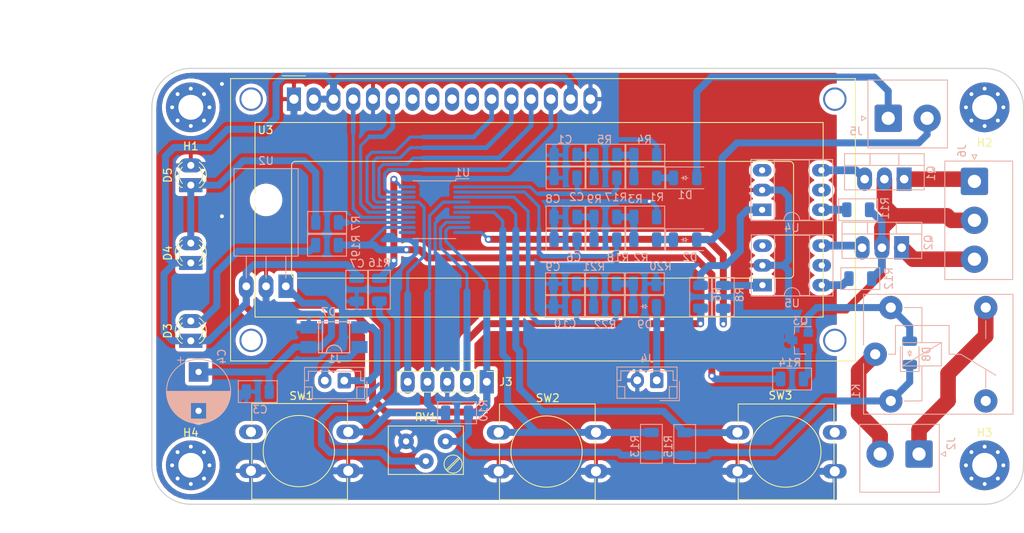
<source format=kicad_pcb>
(kicad_pcb (version 20171130) (host pcbnew "(5.1.8)-1")
  (layers (0 F.Cu signal hide) (31 B.Cu signal hide) (34 B.Paste user hide) (35 F.Paste user) (36 B.SilkS user hide) (37 F.SilkS user) (38 B.Mask user hide) (39 F.Mask user) (44 Edge.Cuts user))
  (net 0 "")
  (net 1 E)
  (net 2 VSS)
  (net 3 VDD)
  (net 4 "Net-(R2-Pad1)")
  (net 5 "Net-(D1-Pad1)")
  (net 6 "Net-(D2-Pad1)")
  (net 7 Output_Relay)
  (net 8 Auto_led)
  (net 9 Reverse)
  (net 10 Forward)
  (net 11 "Net-(Q1-Pad3)")
  (net 12 "Net-(Q2-Pad3)")
  (net 13 "Net-(R1-Pad2)")
  (net 14 "Net-(R6-Pad2)")
  (net 15 "Net-(R8-Pad2)")
  (net 16 Forward_controlling)
  (net 17 SW_1)
  (net 18 "Net-(R11-Pad2)")
  (net 19 "Net-(R12-Pad2)")
  (net 20 SW_3)
  (net 21 DB7)
  (net 22 DB6)
  (net 23 DB5)
  (net 24 DB4)
  (net 25 RS)
  (net 26 "Net-(U3-Pad7)")
  (net 27 "Net-(U3-Pad8)")
  (net 28 "Net-(U3-Pad9)")
  (net 29 "Net-(U3-Pad10)")
  (net 30 "Net-(U4-Pad5)")
  (net 31 "Net-(U4-Pad3)")
  (net 32 "Net-(U5-Pad3)")
  (net 33 "Net-(U5-Pad5)")
  (net 34 "Net-(D4-Pad2)")
  (net 35 O-P_voltage)
  (net 36 I-P_voltage)
  (net 37 OUTPUT_volt)
  (net 38 INPUT_volt)
  (net 39 Reverse_Controlling)
  (net 40 "Net-(C1-Pad1)")
  (net 41 +12V)
  (net 42 "Net-(C8-Pad1)")
  (net 43 "Net-(C9-Pad1)")
  (net 44 Current)
  (net 45 "Net-(D7-Pad3)")
  (net 46 "Net-(D7-Pad4)")
  (net 47 "Net-(D8-Pad2)")
  (net 48 "Net-(D9-Pad2)")
  (net 49 "Net-(D9-Pad1)")
  (net 50 "Net-(J2-Pad1)")
  (net 51 "Net-(J2-Pad2)")
  (net 52 "Net-(R16-Pad2)")
  (net 53 POT)
  (net 54 "Net-(K1-Pad12)")
  (net 55 SW_2)
  (net 56 "Net-(D3-Pad2)")
  (net 57 "Net-(U1-Pad11)")
  (net 58 "Net-(Q3-Pad2)")
  (module "My Custom Footprint:R_1206_3216Metric" (layer B.Cu) (at 142.005 121.9125 270)
    (fp_text reference R13 (at 0.3 2.1 90) (layer B.SilkS) (effects (justify mirror)))
    (fp_text value 10K)
    (pad 2 smd roundrect (at 1.4625 0 270) (size 1.2 1.9) (layers B.Cu B.Paste B.Mask) (roundrect_rratio 0.222) (net 3 VDD))
    (pad 1 smd roundrect (at -1.4625 0 270) (size 1.2 1.9) (layers B.Cu B.Paste B.Mask) (roundrect_rratio 0.222) (net 55 SW_2))
  )
  (module Display:WC1602A (layer F.Cu) (at 96.075 77.625)
    (fp_text reference U3 (at -3.65 3.97) (layer F.SilkS))
    (fp_text value RC1602A)
    (pad 1 thru_hole rect (at 0 0) (size 1.8 3) (drill 1.2) (layers *.Cu *.Mask) (net 2 VSS))
    (pad 2 thru_hole oval (at 2.54 0) (size 1.8 3) (drill 1.2) (layers *.Cu *.Mask) (net 3 VDD))
    (pad 3 thru_hole oval (at 5.08 0) (size 1.8 3) (drill 1.2) (layers *.Cu *.Mask) (net 3 VDD))
    (pad 4 thru_hole oval (at 7.62 0) (size 1.8 3) (drill 1.2) (layers *.Cu *.Mask) (net 25 RS))
    (pad 5 thru_hole oval (at 10.16 0) (size 1.8 3) (drill 1.2) (layers *.Cu *.Mask) (net 2 VSS))
    (pad 6 thru_hole oval (at 12.7 0) (size 1.8 3) (drill 1.2) (layers *.Cu *.Mask) (net 1 E))
    (pad 7 thru_hole oval (at 15.24 0) (size 1.8 3) (drill 1.2) (layers *.Cu *.Mask) (net 26 "Net-(U3-Pad7)"))
    (pad 8 thru_hole oval (at 17.78 0) (size 1.8 3) (drill 1.2) (layers *.Cu *.Mask) (net 27 "Net-(U3-Pad8)"))
    (pad 9 thru_hole oval (at 20.32 0) (size 1.8 3) (drill 1.2) (layers *.Cu *.Mask) (net 28 "Net-(U3-Pad9)"))
    (pad 10 thru_hole oval (at 22.86 0) (size 1.8 3) (drill 1.2) (layers *.Cu *.Mask) (net 29 "Net-(U3-Pad10)"))
    (pad 11 thru_hole oval (at 25.4 0) (size 1.8 3) (drill 1.2) (layers *.Cu *.Mask) (net 24 DB4))
    (pad 12 thru_hole oval (at 27.94 0) (size 1.8 3) (drill 1.2) (layers *.Cu *.Mask) (net 23 DB5))
    (pad 13 thru_hole oval (at 30.48 0) (size 1.8 3) (drill 1.2) (layers *.Cu *.Mask) (net 22 DB6))
    (pad 14 thru_hole oval (at 33.02 0) (size 1.8 3) (drill 1.2) (layers *.Cu *.Mask) (net 21 DB7))
    (pad 15 thru_hole oval (at 35.56 0) (size 1.8 3) (drill 1.2) (layers *.Cu *.Mask) (net 3 VDD))
    (pad 16 thru_hole oval (at 38.1 0) (size 1.8 3) (drill 1.2) (layers *.Cu *.Mask) (net 2 VSS))
    (pad "" thru_hole circle (at -5.4991 0) (size 3 3) (drill 2.5) (layers *.Cu *.Mask))
    (pad "" thru_hole circle (at -5.4991 31.0007) (size 3 3) (drill 2.5) (layers *.Cu *.Mask))
    (pad "" thru_hole circle (at 69.49948 31.0007) (size 3 3) (drill 2.5) (layers *.Cu *.Mask))
    (pad "" thru_hole circle (at 69.5 0) (size 3 3) (drill 2.5) (layers *.Cu *.Mask))
  )
  (module "My Custom Footprint:SSOP-20_5.3x7.2mm_P0.65mm" (layer B.Cu) (at 114.125 91.835 180)
    (fp_text reference U1 (at -3.6 4.77 180) (layer B.SilkS) (effects (justify mirror)))
    (fp_text value N76E003)
    (pad 20 smd oval (at 3.5 2.925 180) (size 2.2 0.4) (layers B.Cu B.Paste B.Mask) (net 53 POT))
    (pad 19 smd oval (at 3.5 2.275 180) (size 2.2 0.4) (layers B.Cu B.Paste B.Mask) (net 21 DB7))
    (pad 18 smd oval (at 3.5 1.625 180) (size 2.2 0.4) (layers B.Cu B.Paste B.Mask) (net 22 DB6))
    (pad 17 smd oval (at 3.5 0.975 180) (size 2.2 0.4) (layers B.Cu B.Paste B.Mask) (net 23 DB5))
    (pad 16 smd oval (at 3.5 0.325 180) (size 2.2 0.4) (layers B.Cu B.Paste B.Mask) (net 24 DB4))
    (pad 15 smd oval (at 3.5 -0.325 180) (size 2.2 0.4) (layers B.Cu B.Paste B.Mask) (net 1 E))
    (pad 14 smd oval (at 3.5 -0.975 180) (size 2.2 0.4) (layers B.Cu B.Paste B.Mask) (net 25 RS))
    (pad 13 smd oval (at 3.5 -1.625 180) (size 2.2 0.4) (layers B.Cu B.Paste B.Mask) (net 8 Auto_led))
    (pad 12 smd oval (at 3.5 -2.275 180) (size 2.2 0.4) (layers B.Cu B.Paste B.Mask) (net 7 Output_Relay))
    (pad 11 smd oval (at 3.5 -2.925 180) (size 2.2 0.4) (layers B.Cu B.Paste B.Mask) (net 57 "Net-(U1-Pad11)"))
    (pad 10 smd oval (at -3.5 -2.925 180) (size 2.2 0.4) (layers B.Cu B.Paste B.Mask) (net 16 Forward_controlling))
    (pad 9 smd oval (at -3.5 -2.275 180) (size 2.2 0.4) (layers B.Cu B.Paste B.Mask) (net 3 VDD))
    (pad 8 smd oval (at -3.5 -1.625 180) (size 2.2 0.4) (layers B.Cu B.Paste B.Mask) (net 39 Reverse_Controlling))
    (pad 7 smd oval (at -3.5 -0.975 180) (size 2.2 0.4) (layers B.Cu B.Paste B.Mask) (net 2 VSS))
    (pad 6 smd oval (at -3.5 -0.325 180) (size 2.2 0.4) (layers B.Cu B.Paste B.Mask) (net 55 SW_2))
    (pad 5 smd oval (at -3.5 0.325 180) (size 2.2 0.4) (layers B.Cu B.Paste B.Mask) (net 20 SW_3))
    (pad 4 smd oval (at -3.5 0.975 180) (size 2.2 0.4) (layers B.Cu B.Paste B.Mask) (net 17 SW_1))
    (pad 3 smd oval (at -3.5 1.625 180) (size 2.2 0.4) (layers B.Cu B.Paste B.Mask) (net 44 Current))
    (pad 2 smd oval (at -3.5 2.275 180) (size 2.2 0.4) (layers B.Cu B.Paste B.Mask) (net 36 I-P_voltage))
    (pad 1 smd oval (at -3.5 2.925 180) (size 2.2 0.4) (layers B.Cu B.Paste B.Mask) (net 35 O-P_voltage))
  )
  (module "My Custom Footprint:5_Pin_PinHeader_1x05_P2.54mm_Vertical" (layer F.Cu) (at 120.855 113.945 270)
    (fp_text reference J3 (at 0 -2.45 180) (layer F.SilkS))
    (fp_text value Conn_01x05)
    (pad 5 thru_hole oval (at 0 10.16 270) (size 3 1.8) (drill 1) (layers *.Cu *.Mask) (net 23 DB5))
    (pad 4 thru_hole oval (at 0 7.62 270) (size 3 1.8) (drill 1) (layers *.Cu *.Mask) (net 17 SW_1))
    (pad 3 thru_hole oval (at 0 5.08 270) (size 3 1.8) (drill 1) (layers *.Cu *.Mask) (net 2 VSS))
    (pad 2 thru_hole oval (at 0 2.54 270) (size 3 1.8) (drill 1) (layers *.Cu *.Mask) (net 39 Reverse_Controlling))
    (pad 1 thru_hole rect (at 0 0 270) (size 3 1.8) (drill 1) (layers *.Cu *.Mask) (net 3 VDD))
  )
  (module Package_DIP:DIP-6_W7.62mm_Socket_LongPads (layer B.Cu) (at 156.235 91.845)
    (fp_text reference U4 (at 3.81 2.33) (layer B.SilkS) (effects (justify mirror)))
    (fp_text value MOC3041M)
    (pad 1 thru_hole rect (at 0 0) (size 2.4 1.6) (drill 0.8) (layers *.Cu *.Mask) (net 14 "Net-(R6-Pad2)"))
    (pad 4 thru_hole oval (at 7.62 -5.08) (size 2.4 1.6) (drill 0.8) (layers *.Cu *.Mask) (net 11 "Net-(Q1-Pad3)"))
    (pad 2 thru_hole oval (at 0 -2.54) (size 2.4 1.6) (drill 0.8) (layers *.Cu *.Mask) (net 2 VSS))
    (pad 5 thru_hole oval (at 7.62 -2.54) (size 2.4 1.6) (drill 0.8) (layers *.Cu *.Mask) (net 30 "Net-(U4-Pad5)"))
    (pad 3 thru_hole oval (at 0 -5.08) (size 2.4 1.6) (drill 0.8) (layers *.Cu *.Mask) (net 31 "Net-(U4-Pad3)"))
    (pad 6 thru_hole oval (at 7.62 0) (size 2.4 1.6) (drill 0.8) (layers *.Cu *.Mask) (net 18 "Net-(R11-Pad2)"))
  )
  (module Package_DIP:DIP-6_W7.62mm_Socket_LongPads (layer B.Cu) (at 156.275 101.525)
    (fp_text reference U5 (at 3.81 2.33) (layer B.SilkS) (effects (justify mirror)))
    (fp_text value MOC3041M)
    (pad 6 thru_hole oval (at 7.62 0) (size 2.4 1.6) (drill 0.8) (layers *.Cu *.Mask) (net 19 "Net-(R12-Pad2)"))
    (pad 3 thru_hole oval (at 0 -5.08) (size 2.4 1.6) (drill 0.8) (layers *.Cu *.Mask) (net 32 "Net-(U5-Pad3)"))
    (pad 5 thru_hole oval (at 7.62 -2.54) (size 2.4 1.6) (drill 0.8) (layers *.Cu *.Mask) (net 33 "Net-(U5-Pad5)"))
    (pad 2 thru_hole oval (at 0 -2.54) (size 2.4 1.6) (drill 0.8) (layers *.Cu *.Mask) (net 2 VSS))
    (pad 4 thru_hole oval (at 7.62 -5.08) (size 2.4 1.6) (drill 0.8) (layers *.Cu *.Mask) (net 12 "Net-(Q2-Pad3)"))
    (pad 1 thru_hole rect (at 0 0) (size 2.4 1.6) (drill 0.8) (layers *.Cu *.Mask) (net 15 "Net-(R8-Pad2)"))
  )
  (module MountingHole:MountingHole_3.2mm_M3_Pad_Via (layer F.Cu) (at 82.825 78.675)
    (fp_text reference H1 (at 0 5) (layer F.SilkS))
    (fp_text value MountingHole)
    (pad 1 thru_hole circle (at 0 0) (size 6.4 6.4) (drill 3.2) (layers *.Cu *.Mask))
    (pad 1 thru_hole circle (at 2.4 0) (size 0.8 0.8) (drill 0.5) (layers *.Cu *.Mask))
    (pad 1 thru_hole circle (at 1.697056 1.697056) (size 0.8 0.8) (drill 0.5) (layers *.Cu *.Mask))
    (pad 1 thru_hole circle (at 0 2.4) (size 0.8 0.8) (drill 0.5) (layers *.Cu *.Mask))
    (pad 1 thru_hole circle (at -1.697056 1.697056) (size 0.8 0.8) (drill 0.5) (layers *.Cu *.Mask))
    (pad 1 thru_hole circle (at -2.4 0) (size 0.8 0.8) (drill 0.5) (layers *.Cu *.Mask))
    (pad 1 thru_hole circle (at -1.697056 -1.697056) (size 0.8 0.8) (drill 0.5) (layers *.Cu *.Mask))
    (pad 1 thru_hole circle (at 0 -2.4) (size 0.8 0.8) (drill 0.5) (layers *.Cu *.Mask))
    (pad 1 thru_hole circle (at 1.697056 -1.697056) (size 0.8 0.8) (drill 0.5) (layers *.Cu *.Mask))
  )
  (module MountingHole:MountingHole_3.2mm_M3_Pad_Via (layer F.Cu) (at 184.825 78.675)
    (fp_text reference H2 (at -0.01 4.55) (layer F.SilkS))
    (fp_text value MountingHole)
    (pad 1 thru_hole circle (at 1.697056 -1.697056) (size 0.8 0.8) (drill 0.5) (layers *.Cu *.Mask))
    (pad 1 thru_hole circle (at 0 -2.4) (size 0.8 0.8) (drill 0.5) (layers *.Cu *.Mask))
    (pad 1 thru_hole circle (at -1.697056 -1.697056) (size 0.8 0.8) (drill 0.5) (layers *.Cu *.Mask))
    (pad 1 thru_hole circle (at -2.4 0) (size 0.8 0.8) (drill 0.5) (layers *.Cu *.Mask))
    (pad 1 thru_hole circle (at -1.697056 1.697056) (size 0.8 0.8) (drill 0.5) (layers *.Cu *.Mask))
    (pad 1 thru_hole circle (at 0 2.4) (size 0.8 0.8) (drill 0.5) (layers *.Cu *.Mask))
    (pad 1 thru_hole circle (at 1.697056 1.697056) (size 0.8 0.8) (drill 0.5) (layers *.Cu *.Mask))
    (pad 1 thru_hole circle (at 2.4 0) (size 0.8 0.8) (drill 0.5) (layers *.Cu *.Mask))
    (pad 1 thru_hole circle (at 0 0) (size 6.4 6.4) (drill 3.2) (layers *.Cu *.Mask))
  )
  (module MountingHole:MountingHole_3.2mm_M3_Pad_Via (layer F.Cu) (at 184.825 124.675)
    (fp_text reference H3 (at 0 -4.2) (layer F.SilkS))
    (fp_text value MountingHole)
    (pad 1 thru_hole circle (at 0 0) (size 6.4 6.4) (drill 3.2) (layers *.Cu *.Mask))
    (pad 1 thru_hole circle (at 2.4 0) (size 0.8 0.8) (drill 0.5) (layers *.Cu *.Mask))
    (pad 1 thru_hole circle (at 1.697056 1.697056) (size 0.8 0.8) (drill 0.5) (layers *.Cu *.Mask))
    (pad 1 thru_hole circle (at 0 2.4) (size 0.8 0.8) (drill 0.5) (layers *.Cu *.Mask))
    (pad 1 thru_hole circle (at -1.697056 1.697056) (size 0.8 0.8) (drill 0.5) (layers *.Cu *.Mask))
    (pad 1 thru_hole circle (at -2.4 0) (size 0.8 0.8) (drill 0.5) (layers *.Cu *.Mask))
    (pad 1 thru_hole circle (at -1.697056 -1.697056) (size 0.8 0.8) (drill 0.5) (layers *.Cu *.Mask))
    (pad 1 thru_hole circle (at 0 -2.4) (size 0.8 0.8) (drill 0.5) (layers *.Cu *.Mask))
    (pad 1 thru_hole circle (at 1.697056 -1.697056) (size 0.8 0.8) (drill 0.5) (layers *.Cu *.Mask))
  )
  (module MountingHole:MountingHole_3.2mm_M3_Pad_Via (layer F.Cu) (at 82.825 124.675)
    (fp_text reference H4 (at 0 -4.2) (layer F.SilkS))
    (fp_text value MountingHole)
    (pad 1 thru_hole circle (at 1.697056 -1.697056) (size 0.8 0.8) (drill 0.5) (layers *.Cu *.Mask))
    (pad 1 thru_hole circle (at 0 -2.4) (size 0.8 0.8) (drill 0.5) (layers *.Cu *.Mask))
    (pad 1 thru_hole circle (at -1.697056 -1.697056) (size 0.8 0.8) (drill 0.5) (layers *.Cu *.Mask))
    (pad 1 thru_hole circle (at -2.4 0) (size 0.8 0.8) (drill 0.5) (layers *.Cu *.Mask))
    (pad 1 thru_hole circle (at -1.697056 1.697056) (size 0.8 0.8) (drill 0.5) (layers *.Cu *.Mask))
    (pad 1 thru_hole circle (at 0 2.4) (size 0.8 0.8) (drill 0.5) (layers *.Cu *.Mask))
    (pad 1 thru_hole circle (at 1.697056 1.697056) (size 0.8 0.8) (drill 0.5) (layers *.Cu *.Mask))
    (pad 1 thru_hole circle (at 2.4 0) (size 0.8 0.8) (drill 0.5) (layers *.Cu *.Mask))
    (pad 1 thru_hole circle (at 0 0) (size 6.4 6.4) (drill 3.2) (layers *.Cu *.Mask))
  )
  (module "My Custom Footprint:MB10_bridge" (layer B.Cu) (at 101.235 108.2)
    (fp_text reference D7 (at -0.7 -3.235) (layer B.SilkS) (effects (justify mirror)))
    (fp_text value D_Bridge_+-AA)
    (pad 2 smd rect (at -3.25 -1.265) (size 2.1 1.55) (layers B.Cu B.Paste B.Mask) (net 2 VSS))
    (pad 1 smd rect (at -3.25 1.275) (size 2.1 1.55) (layers B.Cu B.Paste B.Mask) (net 41 +12V))
    (pad 1 smd rect (at -3.25 1.275) (size 2.1 1.55) (layers B.Cu B.Paste B.Mask) (net 41 +12V))
    (pad 2 smd rect (at -3.25 -1.265) (size 2.1 1.55) (layers B.Cu B.Paste B.Mask) (net 2 VSS))
    (pad 2 smd rect (at -3.25 -1.265) (size 2.1 1.55) (layers B.Cu B.Paste B.Mask) (net 2 VSS))
    (pad 1 smd rect (at -3.25 1.275) (size 2.1 1.55) (layers B.Cu B.Paste B.Mask) (net 41 +12V))
    (pad 1 smd rect (at -3.25 1.275) (size 2.1 1.55) (layers B.Cu B.Paste B.Mask) (net 41 +12V))
    (pad 2 smd rect (at -3.25 -1.265) (size 2.1 1.55) (layers B.Cu B.Paste B.Mask) (net 2 VSS))
    (pad 3 smd rect (at 3.25 1.275) (size 2.1 1.55) (layers B.Cu B.Paste B.Mask) (net 45 "Net-(D7-Pad3)"))
    (pad 4 smd rect (at 3.25 -1.265) (size 2.1 1.55) (layers B.Cu B.Paste B.Mask) (net 46 "Net-(D7-Pad4)"))
  )
  (module "My Custom Footprint:D_1206" (layer B.Cu) (at 175.195 110.225 90)
    (fp_text reference D8 (at -0.16 2.15 270) (layer B.SilkS) (effects (justify mirror)))
    (fp_text value D)
    (pad 1 smd roundrect (at -1.5 0 90) (size 1.2 1.9) (layers B.Cu B.Paste B.Mask) (net 3 VDD))
    (pad 2 smd roundrect (at 1.5 0 90) (size 1.2 1.9) (layers B.Cu B.Paste B.Mask) (net 47 "Net-(D8-Pad2)"))
  )
  (module Connector_JST:JST_EH_B2B-EH-A_1x02_P2.50mm_Vertical (layer B.Cu) (at 102.545 113.795 180)
    (fp_text reference J1 (at 1.25 2.8) (layer B.SilkS) (effects (justify mirror)))
    (fp_text value Conn_01x02)
    (pad 1 thru_hole roundrect (at 0 0 180) (size 1.7 2) (drill 1) (layers *.Cu *.Mask) (roundrect_rratio 0.147059) (net 46 "Net-(D7-Pad4)"))
    (pad 2 thru_hole oval (at 2.5 0 180) (size 1.7 2) (drill 1) (layers *.Cu *.Mask) (net 45 "Net-(D7-Pad3)"))
  )
  (module "My Custom Footprint:Potentiometer_Trimmer_Bourns_3299Y" (layer F.Cu) (at 115.565 121.595)
    (fp_text reference RV1 (at -2.57 -3.12) (layer F.SilkS))
    (fp_text value R_POT)
    (pad 1 thru_hole circle (at 0 0) (size 2 2) (drill 0.8) (layers *.Cu *.Mask) (net 3 VDD))
    (pad 2 thru_hole circle (at -2.54 2.54) (size 2 2) (drill 0.8) (layers *.Cu *.Mask) (net 52 "Net-(R16-Pad2)"))
    (pad 3 thru_hole circle (at -5.08 0) (size 2 2) (drill 0.8) (layers *.Cu *.Mask) (net 2 VSS))
  )
  (module Button_Switch_THT:SW_PUSH-12mm (layer F.Cu) (at 103.055 125.385 180)
    (fp_text reference SW1 (at 6.03 9.63) (layer F.SilkS))
    (fp_text value SW_DIP_x01)
    (pad 1 thru_hole oval (at 12.5 0 180) (size 3.048 1.85) (drill 1.3) (layers *.Cu *.Mask) (net 2 VSS))
    (pad 2 thru_hole oval (at 12.5 5 180) (size 3.048 1.85) (drill 1.3) (layers *.Cu *.Mask) (net 17 SW_1))
    (pad 1 thru_hole oval (at 0 0 180) (size 3.048 1.85) (drill 1.3) (layers *.Cu *.Mask) (net 2 VSS))
    (pad 2 thru_hole oval (at 0 5 180) (size 3.048 1.85) (drill 1.3) (layers *.Cu *.Mask) (net 17 SW_1))
  )
  (module Button_Switch_THT:SW_PUSH-12mm (layer F.Cu) (at 134.885 125.445 180)
    (fp_text reference SW2 (at 6.2 9.41) (layer F.SilkS))
    (fp_text value SW_DIP_x01)
    (pad 2 thru_hole oval (at 0 5 180) (size 3.048 1.85) (drill 1.3) (layers *.Cu *.Mask) (net 55 SW_2))
    (pad 1 thru_hole oval (at 0 0 180) (size 3.048 1.85) (drill 1.3) (layers *.Cu *.Mask) (net 2 VSS))
    (pad 2 thru_hole oval (at 12.5 5 180) (size 3.048 1.85) (drill 1.3) (layers *.Cu *.Mask) (net 55 SW_2))
    (pad 1 thru_hole oval (at 12.5 0 180) (size 3.048 1.85) (drill 1.3) (layers *.Cu *.Mask) (net 2 VSS))
  )
  (module Button_Switch_THT:SW_PUSH-12mm (layer F.Cu) (at 165.565 125.445 180)
    (fp_text reference SW3 (at 6.98 9.74) (layer F.SilkS))
    (fp_text value SW_DIP_x01)
    (pad 1 thru_hole oval (at 12.5 0 180) (size 3.048 1.85) (drill 1.3) (layers *.Cu *.Mask) (net 2 VSS))
    (pad 2 thru_hole oval (at 12.5 5 180) (size 3.048 1.85) (drill 1.3) (layers *.Cu *.Mask) (net 20 SW_3))
    (pad 1 thru_hole oval (at 0 0 180) (size 3.048 1.85) (drill 1.3) (layers *.Cu *.Mask) (net 2 VSS))
    (pad 2 thru_hole oval (at 0 5 180) (size 3.048 1.85) (drill 1.3) (layers *.Cu *.Mask) (net 20 SW_3))
  )
  (module Relay_THT:Relay_SPDT_Finder_36.11 (layer B.Cu) (at 170.765 110.405)
    (fp_text reference K1 (at -2.47 4.73 90) (layer B.SilkS) (effects (justify mirror)))
    (fp_text value FINDER-34.51)
    (pad A1 thru_hole circle (at 2 -6) (size 3 3) (drill 1.3) (layers *.Cu *.Mask) (net 47 "Net-(D8-Pad2)"))
    (pad 14 thru_hole circle (at 14.2 -6) (size 3 3) (drill 1.3) (layers *.Cu *.Mask) (net 50 "Net-(J2-Pad1)"))
    (pad 12 thru_hole circle (at 14.2 6) (size 3 3) (drill 1.3) (layers *.Cu *.Mask) (net 54 "Net-(K1-Pad12)"))
    (pad A2 thru_hole circle (at 2 6) (size 3 3) (drill 1.3) (layers *.Cu *.Mask) (net 3 VDD))
    (pad 11 thru_hole circle (at 0 0) (size 3 3) (drill 1.3) (layers *.Cu *.Mask) (net 51 "Net-(J2-Pad2)"))
  )
  (module "My Custom Footprint:SOT-23_Transistor" (layer B.Cu) (at 161.155 108.615 180)
    (fp_text reference Q3 (at 0 2.5 180) (layer B.SilkS) (effects (justify mirror)))
    (fp_text value BC547)
    (pad 3 smd rect (at 1 0 180) (size 1.2 1) (layers B.Cu B.Paste B.Mask) (net 2 VSS))
    (pad 2 smd rect (at -1 -0.95 180) (size 1.2 1) (layers B.Cu B.Paste B.Mask) (net 58 "Net-(Q3-Pad2)"))
    (pad 1 smd rect (at -1 0.95 180) (size 1.2 1) (layers B.Cu B.Paste B.Mask) (net 47 "Net-(D8-Pad2)"))
  )
  (module Connector_JST:JST_NV_B02P-NV_1x02_P5.00mm_Vertical (layer B.Cu) (at 176.395 123.225 180)
    (fp_text reference J2 (at -4.13 1.34 90) (layer B.SilkS) (effects (justify mirror)))
    (fp_text value Conn_01x02)
    (pad 1 thru_hole roundrect (at 0 0 180) (size 3.5 3.5) (drill 1.7) (layers *.Cu *.Mask) (roundrect_rratio 0.09300000000000001) (net 50 "Net-(J2-Pad1)"))
    (pad 2 thru_hole circle (at 5 0 180) (size 3.5 3.5) (drill 1.7) (layers *.Cu *.Mask) (net 51 "Net-(J2-Pad2)"))
  )
  (module Connector_JST:JST_EH_B2B-EH-A_1x02_P2.50mm_Vertical (layer B.Cu) (at 142.695 113.755 180)
    (fp_text reference J4 (at 1.25 2.8) (layer B.SilkS) (effects (justify mirror)))
    (fp_text value Conn_01x02)
    (pad 1 thru_hole roundrect (at 0 0 180) (size 1.7 2) (drill 1) (layers *.Cu *.Mask) (roundrect_rratio 0.147059) (net 48 "Net-(D9-Pad2)"))
    (pad 2 thru_hole oval (at 2.5 0 180) (size 1.7 2) (drill 1) (layers *.Cu *.Mask) (net 2 VSS))
  )
  (module "My Custom Footprint:TO-126_Horizontal_7805" (layer B.Cu) (at 95.035 101.675 180)
    (fp_text reference U2 (at 2.54 16.12) (layer B.SilkS) (effects (justify mirror)))
    (fp_text value LM7805_TO220)
    (pad 0 np_thru_hole oval (at 2.54 11.1 180) (size 3.2 3.2) (drill 3.2) (layers *.Cu *.Mask))
    (pad 1 thru_hole rect (at 0 0 180) (size 1.9 3) (drill 1) (layers *.Cu *.Mask) (net 41 +12V))
    (pad 2 thru_hole oval (at 2.54 0 180) (size 1.9 3) (drill 1) (layers *.Cu *.Mask) (net 2 VSS))
    (pad 3 thru_hole oval (at 5.08 0 180) (size 1.9 3) (drill 1) (layers *.Cu *.Mask) (net 3 VDD))
  )
  (module Package_TO_SOT_THT:TO-220-3_Vertical (layer B.Cu) (at 174.485 87.905 180)
    (fp_text reference Q1 (at -3.45 0.74 270) (layer B.SilkS) (effects (justify mirror)))
    (fp_text value BT136-500)
    (pad 3 thru_hole oval (at 5.08 0 180) (size 1.905 3) (drill 1.1) (layers *.Cu *.Mask) (net 11 "Net-(Q1-Pad3)"))
    (pad 2 thru_hole oval (at 2.54 0 180) (size 1.905 3) (drill 1.1) (layers *.Cu *.Mask) (net 2 VSS))
    (pad 1 thru_hole rect (at 0 0 180) (size 1.905 3) (drill 1.1) (layers *.Cu *.Mask) (net 9 Reverse))
  )
  (module Package_TO_SOT_THT:TO-220-3_Vertical (layer B.Cu) (at 174.165 96.715 180)
    (fp_text reference Q2 (at -3.43 0.67 270) (layer B.SilkS) (effects (justify mirror)))
    (fp_text value BT136-500)
    (pad 1 thru_hole rect (at 0 0 180) (size 1.905 3) (drill 1.1) (layers *.Cu *.Mask) (net 10 Forward))
    (pad 2 thru_hole oval (at 2.54 0 180) (size 1.905 3) (drill 1.1) (layers *.Cu *.Mask) (net 2 VSS))
    (pad 3 thru_hole oval (at 5.08 0 180) (size 1.905 3) (drill 1.1) (layers *.Cu *.Mask) (net 12 "Net-(Q2-Pad3)"))
  )
  (module Connector_JST:JST_NV_B02P-NV_1x02_P5.00mm_Vertical (layer B.Cu) (at 172.435 80.085)
    (fp_text reference J5 (at -4.12 1.67) (layer B.SilkS) (effects (justify mirror)))
    (fp_text value Conn_01x02)
    (pad 1 thru_hole roundrect (at 0 0) (size 3.5 3.5) (drill 1.7) (layers *.Cu *.Mask) (roundrect_rratio 0.09300000000000001) (net 37 OUTPUT_volt))
    (pad 2 thru_hole circle (at 5 0) (size 3.5 3.5) (drill 1.7) (layers *.Cu *.Mask) (net 38 INPUT_volt))
  )
  (module Connector_JST:JST_NV_B03P-NV_1x03_P5.00mm_Vertical (layer B.Cu) (at 183.515 88.195 270)
    (fp_text reference J6 (at -3.92 1.61 270) (layer B.SilkS) (effects (justify mirror)))
    (fp_text value Conn_01x03)
    (pad 1 thru_hole roundrect (at 0 0 270) (size 3.5 3.5) (drill 1.7) (layers *.Cu *.Mask) (roundrect_rratio 0.09300000000000001) (net 9 Reverse))
    (pad 2 thru_hole circle (at 5 0 270) (size 3.5 3.5) (drill 1.7) (layers *.Cu *.Mask) (net 2 VSS))
    (pad 3 thru_hole circle (at 10 0 270) (size 3.5 3.5) (drill 1.7) (layers *.Cu *.Mask) (net 10 Forward))
  )
  (module "My Custom Footprint:R_1206_3216Metric" (layer B.Cu) (at 136.105 87.735 180)
    (fp_text reference R17 (at -1.35 -2.5) (layer B.SilkS) (effects (justify mirror)))
    (fp_text value 10K)
    (pad 1 smd roundrect (at -1.4625 0 180) (size 1.2 1.9) (layers B.Cu B.Paste B.Mask) (roundrect_rratio 0.222) (net 35 O-P_voltage))
    (pad 2 smd roundrect (at 1.4625 0 180) (size 1.2 1.9) (layers B.Cu B.Paste B.Mask) (roundrect_rratio 0.222) (net 40 "Net-(C1-Pad1)"))
  )
  (module "My Custom Footprint:C_1206_3216Metric" (layer B.Cu) (at 130.985 87.735 180)
    (fp_text reference C2 (at -1.42 -2.46 180) (layer B.SilkS) (effects (justify mirror)))
    (fp_text value C)
    (pad 2 smd roundrect (at 1.475 0 180) (size 1.2 1.9) (layers B.Cu B.Paste B.Mask) (roundrect_rratio 0.217) (net 2 VSS))
    (pad 1 smd roundrect (at -1.475 0 180) (size 1.2 1.9) (layers B.Cu B.Paste B.Mask) (roundrect_rratio 0.217) (net 35 O-P_voltage))
  )
  (module "My Custom Footprint:C_1206_3216Metric" (layer B.Cu) (at 130.99 84.825 180)
    (fp_text reference C1 (at 0.105 2.01) (layer B.SilkS) (effects (justify mirror)))
    (fp_text value C)
    (pad 1 smd roundrect (at -1.475 0 180) (size 1.2 1.9) (layers B.Cu B.Paste B.Mask) (roundrect_rratio 0.217) (net 40 "Net-(C1-Pad1)"))
    (pad 2 smd roundrect (at 1.475 0 180) (size 1.2 1.9) (layers B.Cu B.Paste B.Mask) (roundrect_rratio 0.217) (net 2 VSS))
  )
  (module "My Custom Footprint:R_1206_3216Metric" (layer B.Cu) (at 141.225 87.745 180)
    (fp_text reference R1 (at -1.44 -2.47) (layer B.SilkS) (effects (justify mirror)))
    (fp_text value 330K)
    (pad 1 smd roundrect (at -1.4625 0 180) (size 1.2 1.9) (layers B.Cu B.Paste B.Mask) (roundrect_rratio 0.222) (net 5 "Net-(D1-Pad1)"))
    (pad 2 smd roundrect (at 1.4625 0 180) (size 1.2 1.9) (layers B.Cu B.Paste B.Mask) (roundrect_rratio 0.222) (net 13 "Net-(R1-Pad2)"))
  )
  (module "My Custom Footprint:R_1206_3216Metric" (layer B.Cu) (at 141.225 84.825)
    (fp_text reference R4 (at -0.13 -2) (layer B.SilkS) (effects (justify mirror)))
    (fp_text value 1.5K)
    (pad 2 smd roundrect (at 1.4625 0) (size 1.2 1.9) (layers B.Cu B.Paste B.Mask) (roundrect_rratio 0.222) (net 2 VSS))
    (pad 1 smd roundrect (at -1.4625 0) (size 1.2 1.9) (layers B.Cu B.Paste B.Mask) (roundrect_rratio 0.222) (net 13 "Net-(R1-Pad2)"))
  )
  (module "My Custom Footprint:R_1206_3216Metric" (layer B.Cu) (at 136.105 84.825)
    (fp_text reference R5 (at -0.12 -2) (layer B.SilkS) (effects (justify mirror)))
    (fp_text value 10K)
    (pad 1 smd roundrect (at -1.4625 0) (size 1.2 1.9) (layers B.Cu B.Paste B.Mask) (roundrect_rratio 0.222) (net 40 "Net-(C1-Pad1)"))
    (pad 2 smd roundrect (at 1.4625 0) (size 1.2 1.9) (layers B.Cu B.Paste B.Mask) (roundrect_rratio 0.222) (net 13 "Net-(R1-Pad2)"))
  )
  (module "My Custom Footprint:D_1206" (layer B.Cu) (at 146.345 87.745)
    (fp_text reference D1 (at 0 2.2) (layer B.SilkS) (effects (justify mirror)))
    (fp_text value D)
    (pad 1 smd roundrect (at -1.5 0) (size 1.2 1.9) (layers B.Cu B.Paste B.Mask) (net 5 "Net-(D1-Pad1)"))
    (pad 2 smd roundrect (at 1.5 0) (size 1.2 1.9) (layers B.Cu B.Paste B.Mask) (net 37 OUTPUT_volt))
  )
  (module "My Custom Footprint:C_1206_3216Metric" (layer B.Cu) (at 130.975 95.685 180)
    (fp_text reference C6 (at -1.05 -2.29) (layer B.SilkS) (effects (justify mirror)))
    (fp_text value C)
    (pad 1 smd roundrect (at -1.475 0 180) (size 1.2 1.9) (layers B.Cu B.Paste B.Mask) (roundrect_rratio 0.217) (net 36 I-P_voltage))
    (pad 2 smd roundrect (at 1.475 0 180) (size 1.2 1.9) (layers B.Cu B.Paste B.Mask) (roundrect_rratio 0.217) (net 2 VSS))
  )
  (module "My Custom Footprint:C_1206_3216Metric" (layer B.Cu) (at 130.975 92.765 180)
    (fp_text reference C8 (at 1.62 2.32) (layer B.SilkS) (effects (justify mirror)))
    (fp_text value C)
    (pad 2 smd roundrect (at 1.475 0 180) (size 1.2 1.9) (layers B.Cu B.Paste B.Mask) (roundrect_rratio 0.217) (net 2 VSS))
    (pad 1 smd roundrect (at -1.475 0 180) (size 1.2 1.9) (layers B.Cu B.Paste B.Mask) (roundrect_rratio 0.217) (net 42 "Net-(C8-Pad1)"))
  )
  (module "My Custom Footprint:D_1206" (layer B.Cu) (at 146.335 95.685)
    (fp_text reference D2 (at 0.63 2.24) (layer B.SilkS) (effects (justify mirror)))
    (fp_text value D)
    (pad 1 smd roundrect (at -1.5 0) (size 1.2 1.9) (layers B.Cu B.Paste B.Mask) (net 6 "Net-(D2-Pad1)"))
    (pad 2 smd roundrect (at 1.5 0) (size 1.2 1.9) (layers B.Cu B.Paste B.Mask) (net 38 INPUT_volt))
  )
  (module "My Custom Footprint:R_1206_3216Metric" (layer B.Cu) (at 141.215 92.765)
    (fp_text reference R2 (at -0.54 5.23) (layer B.SilkS) (effects (justify mirror)))
    (fp_text value 1.5K)
    (pad 2 smd roundrect (at 1.4625 0) (size 1.2 1.9) (layers B.Cu B.Paste B.Mask) (roundrect_rratio 0.222) (net 2 VSS))
    (pad 1 smd roundrect (at -1.4625 0) (size 1.2 1.9) (layers B.Cu B.Paste B.Mask) (roundrect_rratio 0.222) (net 4 "Net-(R2-Pad1)"))
  )
  (module "My Custom Footprint:R_1206_3216Metric" (layer B.Cu) (at 141.215 95.685 180)
    (fp_text reference R3 (at 1.29 5.23) (layer B.SilkS) (effects (justify mirror)))
    (fp_text value 330K)
    (pad 1 smd roundrect (at -1.4625 0 180) (size 1.2 1.9) (layers B.Cu B.Paste B.Mask) (roundrect_rratio 0.222) (net 6 "Net-(D2-Pad1)"))
    (pad 2 smd roundrect (at 1.4625 0 180) (size 1.2 1.9) (layers B.Cu B.Paste B.Mask) (roundrect_rratio 0.222) (net 4 "Net-(R2-Pad1)"))
  )
  (module "My Custom Footprint:R_1206_3216Metric" (layer B.Cu) (at 136.095 92.765)
    (fp_text reference R9 (at -1.42 -2.31) (layer B.SilkS) (effects (justify mirror)))
    (fp_text value 10K)
    (pad 1 smd roundrect (at -1.4625 0) (size 1.2 1.9) (layers B.Cu B.Paste B.Mask) (roundrect_rratio 0.222) (net 42 "Net-(C8-Pad1)"))
    (pad 2 smd roundrect (at 1.4625 0) (size 1.2 1.9) (layers B.Cu B.Paste B.Mask) (roundrect_rratio 0.222) (net 4 "Net-(R2-Pad1)"))
  )
  (module "My Custom Footprint:R_1206_3216Metric" (layer B.Cu) (at 136.095 95.685 180)
    (fp_text reference R18 (at -1.62 -2.31) (layer B.SilkS) (effects (justify mirror)))
    (fp_text value 10K)
    (pad 2 smd roundrect (at 1.4625 0 180) (size 1.2 1.9) (layers B.Cu B.Paste B.Mask) (roundrect_rratio 0.222) (net 42 "Net-(C8-Pad1)"))
    (pad 1 smd roundrect (at -1.4625 0 180) (size 1.2 1.9) (layers B.Cu B.Paste B.Mask) (roundrect_rratio 0.222) (net 36 I-P_voltage))
  )
  (module "My Custom Footprint:C_1206_3216Metric" (layer B.Cu) (at 130.915 101.345 180)
    (fp_text reference C9 (at 1.56 2.16) (layer B.SilkS) (effects (justify mirror)))
    (fp_text value C)
    (pad 2 smd roundrect (at 1.475 0 180) (size 1.2 1.9) (layers B.Cu B.Paste B.Mask) (roundrect_rratio 0.217) (net 2 VSS))
    (pad 1 smd roundrect (at -1.475 0 180) (size 1.2 1.9) (layers B.Cu B.Paste B.Mask) (roundrect_rratio 0.217) (net 43 "Net-(C9-Pad1)"))
  )
  (module "My Custom Footprint:C_1206_3216Metric" (layer B.Cu) (at 130.915 104.265 180)
    (fp_text reference C10 (at 0 -2.21) (layer B.SilkS) (effects (justify mirror)))
    (fp_text value C)
    (pad 1 smd roundrect (at -1.475 0 180) (size 1.2 1.9) (layers B.Cu B.Paste B.Mask) (roundrect_rratio 0.217) (net 44 Current))
    (pad 2 smd roundrect (at 1.475 0 180) (size 1.2 1.9) (layers B.Cu B.Paste B.Mask) (roundrect_rratio 0.217) (net 2 VSS))
  )
  (module "My Custom Footprint:D_1206" (layer B.Cu) (at 141.155 104.265)
    (fp_text reference D9 (at -0.01 2.3) (layer B.SilkS) (effects (justify mirror)))
    (fp_text value D)
    (pad 1 smd roundrect (at -1.5 0) (size 1.2 1.9) (layers B.Cu B.Paste B.Mask) (net 49 "Net-(D9-Pad1)"))
    (pad 2 smd roundrect (at 1.5 0) (size 1.2 1.9) (layers B.Cu B.Paste B.Mask) (net 48 "Net-(D9-Pad2)"))
  )
  (module "My Custom Footprint:R_1206_3216Metric" (layer B.Cu) (at 141.155 101.345)
    (fp_text reference R20 (at 2.03 -2.23) (layer B.SilkS) (effects (justify mirror)))
    (fp_text value 220R)
    (pad 1 smd roundrect (at -1.4625 0) (size 1.2 1.9) (layers B.Cu B.Paste B.Mask) (roundrect_rratio 0.222) (net 49 "Net-(D9-Pad1)"))
    (pad 2 smd roundrect (at 1.4625 0) (size 1.2 1.9) (layers B.Cu B.Paste B.Mask) (roundrect_rratio 0.222) (net 2 VSS))
  )
  (module "My Custom Footprint:R_1206_3216Metric" (layer B.Cu) (at 136.035 101.345)
    (fp_text reference R21 (at -1.42 -2.19) (layer B.SilkS) (effects (justify mirror)))
    (fp_text value 10K)
    (pad 2 smd roundrect (at 1.4625 0) (size 1.2 1.9) (layers B.Cu B.Paste B.Mask) (roundrect_rratio 0.222) (net 49 "Net-(D9-Pad1)"))
    (pad 1 smd roundrect (at -1.4625 0) (size 1.2 1.9) (layers B.Cu B.Paste B.Mask) (roundrect_rratio 0.222) (net 43 "Net-(C9-Pad1)"))
  )
  (module "My Custom Footprint:R_1206_3216Metric" (layer B.Cu) (at 136.0375 104.265 180)
    (fp_text reference R22 (at -0.0175 -2.31) (layer B.SilkS) (effects (justify mirror)))
    (fp_text value 10K)
    (pad 1 smd roundrect (at -1.4625 0 180) (size 1.2 1.9) (layers B.Cu B.Paste B.Mask) (roundrect_rratio 0.222) (net 44 Current))
    (pad 2 smd roundrect (at 1.4625 0 180) (size 1.2 1.9) (layers B.Cu B.Paste B.Mask) (roundrect_rratio 0.222) (net 43 "Net-(C9-Pad1)"))
  )
  (module "My Custom Footprint:R_1206_3216Metric" (layer B.Cu) (at 168.5775 91.835 180)
    (fp_text reference R11 (at -3.4375 0.19 90) (layer B.SilkS) (effects (justify mirror)))
    (fp_text value 560R)
    (pad 1 smd roundrect (at -1.4625 0 180) (size 1.2 1.9) (layers B.Cu B.Paste B.Mask) (roundrect_rratio 0.222) (net 2 VSS))
    (pad 2 smd roundrect (at 1.4625 0 180) (size 1.2 1.9) (layers B.Cu B.Paste B.Mask) (roundrect_rratio 0.222) (net 18 "Net-(R11-Pad2)"))
  )
  (module "My Custom Footprint:R_1206_3216Metric" (layer B.Cu) (at 117.0325 117.925)
    (fp_text reference R10 (at 3.3975 -0.29 90) (layer B.SilkS) (effects (justify mirror)))
    (fp_text value 10K)
    (pad 2 smd roundrect (at 1.4625 0) (size 1.2 1.9) (layers B.Cu B.Paste B.Mask) (roundrect_rratio 0.222) (net 3 VDD))
    (pad 1 smd roundrect (at -1.4625 0) (size 1.2 1.9) (layers B.Cu B.Paste B.Mask) (roundrect_rratio 0.222) (net 17 SW_1))
  )
  (module "My Custom Footprint:R_1206_3216Metric" (layer B.Cu) (at 107.055 102.105 270)
    (fp_text reference R16 (at -3.45 -0.01 180) (layer B.SilkS) (effects (justify mirror)))
    (fp_text value 10K)
    (pad 1 smd roundrect (at -1.4625 0 270) (size 1.2 1.9) (layers B.Cu B.Paste B.Mask) (roundrect_rratio 0.222) (net 53 POT))
    (pad 2 smd roundrect (at 1.4625 0 270) (size 1.2 1.9) (layers B.Cu B.Paste B.Mask) (roundrect_rratio 0.222) (net 52 "Net-(R16-Pad2)"))
  )
  (module "My Custom Footprint:C_1206_3216Metric" (layer B.Cu) (at 91.43 115.205)
    (fp_text reference C3 (at 0.3 2.3) (layer B.SilkS) (effects (justify mirror)))
    (fp_text value C)
    (pad 1 smd roundrect (at -1.475 0) (size 1.2 1.9) (layers B.Cu B.Paste B.Mask) (roundrect_rratio 0.217) (net 2 VSS))
    (pad 2 smd roundrect (at 1.475 0) (size 1.2 1.9) (layers B.Cu B.Paste B.Mask) (roundrect_rratio 0.217) (net 41 +12V))
  )
  (module "My Custom Footprint:C_1206_3216Metric" (layer B.Cu) (at 104.145 102.12 90)
    (fp_text reference C7 (at 3.375 0.06 180) (layer B.SilkS) (effects (justify mirror)))
    (fp_text value C)
    (pad 2 smd roundrect (at 1.475 0 90) (size 1.2 1.9) (layers B.Cu B.Paste B.Mask) (roundrect_rratio 0.217) (net 3 VDD))
    (pad 1 smd roundrect (at -1.475 0 90) (size 1.2 1.9) (layers B.Cu B.Paste B.Mask) (roundrect_rratio 0.217) (net 2 VSS))
  )
  (module "My Custom Footprint:R_1206_3216Metric" (layer B.Cu) (at 168.855 100.685 180)
    (fp_text reference R12 (at -3.66 0.02 90) (layer B.SilkS) (effects (justify mirror)))
    (fp_text value 560R)
    (pad 1 smd roundrect (at -1.4625 0 180) (size 1.2 1.9) (layers B.Cu B.Paste B.Mask) (roundrect_rratio 0.222) (net 2 VSS))
    (pad 2 smd roundrect (at 1.4625 0 180) (size 1.2 1.9) (layers B.Cu B.Paste B.Mask) (roundrect_rratio 0.222) (net 19 "Net-(R12-Pad2)"))
  )
  (module "My Custom Footprint:R_1206_3216Metric" (layer B.Cu) (at 148.325 103.025 90)
    (fp_text reference R6 (at 0.3 2.1 90) (layer B.SilkS) (effects (justify mirror)))
    (fp_text value 220R)
    (pad 1 smd roundrect (at -1.4625 0 90) (size 1.2 1.9) (layers B.Cu B.Paste B.Mask) (roundrect_rratio 0.222) (net 39 Reverse_Controlling))
    (pad 2 smd roundrect (at 1.4625 0 90) (size 1.2 1.9) (layers B.Cu B.Paste B.Mask) (roundrect_rratio 0.222) (net 14 "Net-(R6-Pad2)"))
  )
  (module "My Custom Footprint:R_1206_3216Metric" (layer B.Cu) (at 151.245 103.0375 90)
    (fp_text reference R8 (at 0.3 2.1 90) (layer B.SilkS) (effects (justify mirror)))
    (fp_text value 220R)
    (pad 2 smd roundrect (at 1.4625 0 90) (size 1.2 1.9) (layers B.Cu B.Paste B.Mask) (roundrect_rratio 0.222) (net 15 "Net-(R8-Pad2)"))
    (pad 1 smd roundrect (at -1.4625 0 90) (size 1.2 1.9) (layers B.Cu B.Paste B.Mask) (roundrect_rratio 0.222) (net 16 Forward_controlling))
  )
  (module "My Custom Footprint:R_1206_3216Metric" (layer B.Cu) (at 160.085 113.585 180)
    (fp_text reference R14 (at 0.3 2.1) (layer B.SilkS) (effects (justify mirror)))
    (fp_text value R)
    (pad 1 smd roundrect (at -1.4625 0 180) (size 1.2 1.9) (layers B.Cu B.Paste B.Mask) (roundrect_rratio 0.222) (net 58 "Net-(Q3-Pad2)"))
    (pad 2 smd roundrect (at 1.4625 0 180) (size 1.2 1.9) (layers B.Cu B.Paste B.Mask) (roundrect_rratio 0.222) (net 7 Output_Relay))
  )
  (module "My Custom Footprint:R_1206_3216Metric" (layer B.Cu) (at 146.285 121.9375 270)
    (fp_text reference R15 (at 0.3 2.1 90) (layer B.SilkS) (effects (justify mirror)))
    (fp_text value 10K)
    (pad 1 smd roundrect (at -1.4625 0 270) (size 1.2 1.9) (layers B.Cu B.Paste B.Mask) (roundrect_rratio 0.222) (net 20 SW_3))
    (pad 2 smd roundrect (at 1.4625 0 270) (size 1.2 1.9) (layers B.Cu B.Paste B.Mask) (roundrect_rratio 0.222) (net 3 VDD))
  )
  (module LED_THT:LED_D3.0mm (layer F.Cu) (at 82.825 108.675 90)
    (fp_text reference D3 (at 1.27 -2.96 90) (layer F.SilkS))
    (fp_text value LED)
    (pad 1 thru_hole rect (at 0 0 90) (size 1.8 3) (drill 0.9) (layers *.Cu *.Mask) (net 3 VDD))
    (pad 2 thru_hole oval (at 2.54 0 90) (size 1.8 3) (drill 0.9) (layers *.Cu *.Mask) (net 56 "Net-(D3-Pad2)"))
  )
  (module LED_THT:LED_D3.0mm (layer F.Cu) (at 82.825 98.675 90)
    (fp_text reference D4 (at 1.27 -2.96 90) (layer F.SilkS))
    (fp_text value LED)
    (pad 2 thru_hole oval (at 2.54 0 90) (size 1.8 3) (drill 0.9) (layers *.Cu *.Mask) (net 34 "Net-(D4-Pad2)"))
    (pad 1 thru_hole rect (at 0 0 90) (size 1.8 3) (drill 0.9) (layers *.Cu *.Mask) (net 3 VDD))
  )
  (module LED_THT:LED_D3.0mm (layer F.Cu) (at 82.825 88.675 90)
    (fp_text reference D5 (at 1.27 -2.96 90) (layer F.SilkS))
    (fp_text value LED)
    (pad 1 thru_hole rect (at 0 0 90) (size 1.8 3) (drill 0.9) (layers *.Cu *.Mask) (net 34 "Net-(D4-Pad2)"))
    (pad 2 thru_hole oval (at 2.54 0 90) (size 1.8 3) (drill 0.9) (layers *.Cu *.Mask) (net 2 VSS))
  )
  (module "My Custom Footprint:CP_Radial_D8.0mm_P5.00mm" (layer B.Cu) (at 83.825 112.675 270)
    (fp_text reference C4 (at -1.99 -2.98 90) (layer B.SilkS) (effects (justify mirror)))
    (fp_text value CP)
    (pad 1 thru_hole rect (at 0 0 270) (size 2.5 2.5) (drill 0.8) (layers *.Cu *.Mask) (net 41 +12V))
    (pad 2 thru_hole circle (at 5 0 270) (size 2.5 2.5) (drill 0.8) (layers *.Cu *.Mask) (net 2 VSS))
  )
  (module "My Custom Footprint:R_1206_3216Metric" (layer B.Cu) (at 100.3425 93.465)
    (fp_text reference R7 (at 3.7025 0.09 90) (layer B.SilkS) (effects (justify mirror)))
    (fp_text value 1K)
    (pad 1 smd roundrect (at -1.4625 0) (size 1.2 1.9) (layers B.Cu B.Paste B.Mask) (roundrect_rratio 0.222) (net 34 "Net-(D4-Pad2)"))
    (pad 2 smd roundrect (at 1.4625 0) (size 1.2 1.9) (layers B.Cu B.Paste B.Mask) (roundrect_rratio 0.222) (net 8 Auto_led))
  )
  (module "My Custom Footprint:R_1206_3216Metric" (layer B.Cu) (at 100.325 96.395)
    (fp_text reference R19 (at 3.72 0.09 90) (layer B.SilkS) (effects (justify mirror)))
    (fp_text value R)
    (pad 1 smd roundrect (at -1.4625 0) (size 1.2 1.9) (layers B.Cu B.Paste B.Mask) (roundrect_rratio 0.222) (net 56 "Net-(D3-Pad2)"))
    (pad 2 smd roundrect (at 1.4625 0) (size 1.2 1.9) (layers B.Cu B.Paste B.Mask) (roundrect_rratio 0.222) (net 7 Output_Relay))
  )
  (gr_line (start 77.825 124.675) (end 77.825 78.675) (layer Edge.Cuts) (width 0.15))
  (gr_line (start 184.825 129.675) (end 82.825 129.675) (layer Edge.Cuts) (width 0.15))
  (gr_line (start 189.825 78.675) (end 189.825 124.675) (layer Edge.Cuts) (width 0.15))
  (gr_line (start 82.825 73.675) (end 184.825 73.675) (layer Edge.Cuts) (width 0.15))
  (gr_arc (start 184.825 124.675) (end 184.825 129.675) (angle -90) (layer Edge.Cuts) (width 0.15))
  (gr_arc (start 184.825 78.675) (end 189.825 78.675) (angle -90) (layer Edge.Cuts) (width 0.15))
  (gr_arc (start 82.825 78.675) (end 82.825 73.675) (angle -90) (layer Edge.Cuts) (width 0.15))
  (gr_arc (start 82.825 124.675) (end 77.825 124.675) (angle -90) (layer Edge.Cuts) (width 0.15))
  (segment (start 104.645 83.625) (end 105.815 82.455) (width 0.4) (layer B.Cu) (net 1))
  (segment (start 104.645 91.135) (end 104.645 83.625) (width 0.4) (layer B.Cu) (net 1))
  (segment (start 105.67 92.16) (end 104.645 91.135) (width 0.4) (layer B.Cu) (net 1))
  (segment (start 110.625 92.16) (end 105.67 92.16) (width 0.4) (layer B.Cu) (net 1))
  (segment (start 108.775 81.285) (end 108.775 77.625) (width 0.6) (layer B.Cu) (net 1))
  (segment (start 107.605 82.455) (end 108.775 81.285) (width 0.6) (layer B.Cu) (net 1))
  (segment (start 105.815 82.455) (end 107.605 82.455) (width 0.6) (layer B.Cu) (net 1))
  (segment (start 156.275 98.985) (end 158.975 98.985) (width 0.9) (layer B.Cu) (net 2))
  (segment (start 158.975 98.985) (end 159.645 98.315) (width 0.9) (layer B.Cu) (net 2))
  (segment (start 159.645 98.315) (end 159.645 90.165) (width 0.9) (layer B.Cu) (net 2))
  (segment (start 158.785 89.305) (end 156.235 89.305) (width 0.9) (layer B.Cu) (net 2))
  (segment (start 159.645 90.165) (end 158.785 89.305) (width 0.9) (layer B.Cu) (net 2))
  (segment (start 165.565 125.445) (end 153.065 125.445) (width 0.9) (layer B.Cu) (net 2))
  (segment (start 153.065 125.445) (end 150.845 125.445) (width 0.9) (layer B.Cu) (net 2))
  (segment (start 150.845 125.445) (end 149.315 126.975) (width 0.9) (layer B.Cu) (net 2))
  (segment (start 149.315 126.975) (end 138.295 126.975) (width 0.9) (layer B.Cu) (net 2))
  (segment (start 136.765 125.445) (end 134.885 125.445) (width 0.9) (layer B.Cu) (net 2))
  (segment (start 138.295 126.975) (end 136.765 125.445) (width 0.9) (layer B.Cu) (net 2))
  (segment (start 134.885 125.445) (end 122.385 125.445) (width 0.9) (layer B.Cu) (net 2))
  (segment (start 103.055 125.385) (end 90.555 125.385) (width 0.9) (layer B.Cu) (net 2))
  (segment (start 122.385 125.445) (end 118.065 125.445) (width 0.9) (layer B.Cu) (net 2))
  (segment (start 118.065 125.445) (end 116.295 127.215) (width 0.9) (layer B.Cu) (net 2))
  (segment (start 116.295 127.215) (end 108.185 127.215) (width 0.9) (layer B.Cu) (net 2))
  (segment (start 106.355 125.385) (end 103.055 125.385) (width 0.9) (layer B.Cu) (net 2))
  (segment (start 108.185 127.215) (end 106.355 125.385) (width 0.9) (layer B.Cu) (net 2))
  (segment (start 129.51 84.83) (end 129.515 84.825) (width 0.9) (layer B.Cu) (net 2))
  (segment (start 129.51 87.735) (end 129.51 84.83) (width 0.9) (layer B.Cu) (net 2))
  (segment (start 129.5 95.685) (end 129.5 92.765) (width 0.9) (layer B.Cu) (net 2))
  (segment (start 129.44 104.265) (end 129.44 101.345) (width 0.9) (layer B.Cu) (net 2))
  (segment (start 142.6775 91.5075) (end 142.6775 92.765) (width 0.6) (layer B.Cu) (net 2))
  (segment (start 141.935 90.765) (end 142.6775 91.5075) (width 0.6) (layer B.Cu) (net 2))
  (segment (start 129.5 91.55) (end 130.285 90.765) (width 0.6) (layer B.Cu) (net 2))
  (segment (start 130.285 90.765) (end 141.735 90.765) (width 0.6) (layer B.Cu) (net 2))
  (segment (start 129.5 92.765) (end 129.5 91.55) (width 0.6) (layer B.Cu) (net 2))
  (segment (start 129.44 101.345) (end 129.44 100.01) (width 0.6) (layer B.Cu) (net 2))
  (segment (start 129.44 100.01) (end 130.035 99.415) (width 0.6) (layer B.Cu) (net 2))
  (segment (start 130.035 99.415) (end 141.945 99.415) (width 0.6) (layer B.Cu) (net 2))
  (segment (start 142.6175 100.0875) (end 142.6175 101.345) (width 0.6) (layer B.Cu) (net 2))
  (segment (start 141.945 99.415) (end 142.6175 100.0875) (width 0.6) (layer B.Cu) (net 2))
  (segment (start 141.885 82.815) (end 142.6875 83.6175) (width 0.6) (layer B.Cu) (net 2))
  (segment (start 130.205 82.815) (end 141.885 82.815) (width 0.6) (layer B.Cu) (net 2))
  (segment (start 142.6875 83.6175) (end 142.6875 84.825) (width 0.6) (layer B.Cu) (net 2))
  (segment (start 129.515 83.505) (end 130.205 82.815) (width 0.6) (layer B.Cu) (net 2))
  (segment (start 129.515 84.825) (end 129.515 83.505) (width 0.6) (layer B.Cu) (net 2))
  (segment (start 159.625 99.635) (end 158.975 98.985) (width 0.9) (layer B.Cu) (net 2))
  (segment (start 159.625 108.085) (end 159.625 99.635) (width 0.9) (layer B.Cu) (net 2))
  (segment (start 160.155 108.615) (end 159.625 108.085) (width 0.9) (layer B.Cu) (net 2))
  (segment (start 96.075 81.715) (end 96.075 77.625) (width 0.9) (layer B.Cu) (net 2))
  (segment (start 94.385 83.405) (end 96.075 81.715) (width 0.9) (layer B.Cu) (net 2))
  (segment (start 88.325 83.405) (end 94.385 83.405) (width 0.9) (layer B.Cu) (net 2))
  (segment (start 85.595 86.135) (end 88.325 83.405) (width 0.9) (layer B.Cu) (net 2))
  (segment (start 82.825 86.135) (end 85.595 86.135) (width 0.9) (layer B.Cu) (net 2))
  (segment (start 92.495 104.235) (end 92.495 101.675) (width 0.9) (layer B.Cu) (net 2))
  (segment (start 95.195 106.935) (end 92.495 104.235) (width 0.9) (layer B.Cu) (net 2))
  (segment (start 97.985 106.935) (end 95.195 106.935) (width 0.9) (layer B.Cu) (net 2))
  (segment (start 115.775 113.945) (end 115.775 102.525) (width 0.9) (layer B.Cu) (net 2))
  (segment (start 114.98 92.81) (end 117.625 92.81) (width 0.4) (layer B.Cu) (net 2))
  (segment (start 114.225 93.565) (end 114.98 92.81) (width 0.4) (layer B.Cu) (net 2))
  (segment (start 114.225 97.445) (end 114.225 93.565) (width 0.4) (layer B.Cu) (net 2))
  (segment (start 115.775 98.995) (end 114.225 97.445) (width 0.4) (layer B.Cu) (net 2))
  (segment (start 115.775 102.525) (end 115.775 98.995) (width 0.4) (layer B.Cu) (net 2))
  (segment (start 171.625 99.3775) (end 171.625 96.715) (width 1) (layer B.Cu) (net 2))
  (segment (start 170.3175 100.685) (end 171.625 99.3775) (width 1) (layer B.Cu) (net 2))
  (segment (start 87.485 117.675) (end 89.955 115.205) (width 0.9) (layer B.Cu) (net 2))
  (segment (start 83.825 117.675) (end 87.485 117.675) (width 0.9) (layer B.Cu) (net 2))
  (segment (start 141.735 90.765) (end 141.935 90.765) (width 0.6) (layer B.Cu) (net 2))
  (via (at 141.735 90.765) (size 0.6) (drill 0.4) (layers F.Cu B.Cu) (net 2))
  (segment (start 183.515 93.195) (end 180.555 93.195) (width 2) (layer F.Cu) (net 2))
  (segment (start 180.555 93.195) (end 179.985 92.625) (width 2) (layer F.Cu) (net 2))
  (segment (start 179.985 92.625) (end 173.155 92.625) (width 2) (layer F.Cu) (net 2))
  (segment (start 171.945 91.415) (end 171.945 87.905) (width 2) (layer F.Cu) (net 2))
  (segment (start 173.155 92.625) (end 171.945 91.415) (width 2) (layer F.Cu) (net 2))
  (segment (start 171.625 94.155) (end 173.155 92.625) (width 2) (layer F.Cu) (net 2))
  (segment (start 171.625 93.42) (end 171.625 96.715) (width 0.9) (layer B.Cu) (net 2))
  (segment (start 170.04 91.835) (end 171.625 93.42) (width 0.9) (layer B.Cu) (net 2))
  (segment (start 171.625 96.715) (end 171.625 94.155) (width 2) (layer F.Cu) (net 2))
  (segment (start 159.075 98.985) (end 156.275 98.985) (width 0.9) (layer F.Cu) (net 2))
  (segment (start 160.155 103.415) (end 160.155 100.065) (width 0.9) (layer F.Cu) (net 2))
  (segment (start 161.455 104.715) (end 160.155 103.415) (width 0.9) (layer F.Cu) (net 2))
  (segment (start 160.155 100.065) (end 159.075 98.985) (width 0.9) (layer F.Cu) (net 2))
  (segment (start 171.625 100.115) (end 167.025 104.715) (width 0.9) (layer F.Cu) (net 2))
  (segment (start 167.025 104.715) (end 161.455 104.715) (width 0.9) (layer F.Cu) (net 2))
  (segment (start 171.625 96.715) (end 171.625 100.115) (width 0.9) (layer F.Cu) (net 2))
  (via (at 86.825 92.675) (size 0.9) (drill 0.5) (layers F.Cu B.Cu) (net 2))
  (via (at 86.825 75.675) (size 0.9) (drill 0.5) (layers F.Cu B.Cu) (net 2))
  (segment (start 146.26 123.375) (end 146.285 123.4) (width 0.9) (layer B.Cu) (net 3))
  (segment (start 142.005 123.375) (end 146.26 123.375) (width 0.9) (layer B.Cu) (net 3))
  (segment (start 142.005 123.375) (end 138.125 123.375) (width 0.9) (layer B.Cu) (net 3))
  (segment (start 138.125 123.375) (end 137.755 123.005) (width 0.9) (layer B.Cu) (net 3))
  (segment (start 120.855 113.945) (end 120.855 117.015) (width 0.9) (layer B.Cu) (net 3))
  (segment (start 119.945 117.925) (end 118.495 117.925) (width 0.9) (layer B.Cu) (net 3))
  (segment (start 120.855 117.015) (end 119.945 117.925) (width 0.9) (layer B.Cu) (net 3))
  (segment (start 115.565 121.595) (end 117.435 121.595) (width 0.9) (layer B.Cu) (net 3))
  (segment (start 118.495 120.535) (end 118.495 117.925) (width 0.9) (layer B.Cu) (net 3))
  (segment (start 117.435 121.595) (end 118.495 120.535) (width 0.9) (layer B.Cu) (net 3))
  (segment (start 117.435 121.595) (end 118.845 123.005) (width 0.9) (layer B.Cu) (net 3))
  (segment (start 137.755 123.005) (end 118.845 123.005) (width 0.9) (layer B.Cu) (net 3))
  (segment (start 149.25 123.4) (end 146.285 123.4) (width 0.9) (layer B.Cu) (net 3))
  (segment (start 149.605 123.045) (end 149.25 123.4) (width 0.9) (layer B.Cu) (net 3))
  (segment (start 157.725 123.045) (end 149.605 123.045) (width 0.9) (layer B.Cu) (net 3))
  (segment (start 164.365 116.405) (end 157.725 123.045) (width 0.9) (layer B.Cu) (net 3))
  (segment (start 172.765 116.405) (end 164.365 116.405) (width 0.9) (layer B.Cu) (net 3))
  (segment (start 175.195 113.975) (end 172.765 116.405) (width 0.9) (layer B.Cu) (net 3))
  (segment (start 175.195 111.725) (end 175.195 113.975) (width 0.9) (layer B.Cu) (net 3))
  (segment (start 85.125 108.675) (end 82.825 108.675) (width 0.9) (layer B.Cu) (net 3))
  (segment (start 89.955 103.845) (end 85.125 108.675) (width 0.9) (layer B.Cu) (net 3))
  (segment (start 89.955 101.675) (end 89.955 103.845) (width 0.9) (layer B.Cu) (net 3))
  (segment (start 80.765 98.675) (end 82.825 98.675) (width 0.9) (layer B.Cu) (net 3))
  (segment (start 79.395 100.045) (end 80.765 98.675) (width 0.9) (layer B.Cu) (net 3))
  (segment (start 79.395 107.575) (end 79.395 100.045) (width 0.9) (layer B.Cu) (net 3))
  (segment (start 80.495 108.675) (end 79.395 107.575) (width 0.9) (layer B.Cu) (net 3))
  (segment (start 82.825 108.675) (end 80.495 108.675) (width 0.9) (layer B.Cu) (net 3))
  (segment (start 101.155 77.625) (end 98.615 77.625) (width 0.9) (layer B.Cu) (net 3))
  (segment (start 101.155 77.625) (end 101.155 75.625) (width 0.9) (layer B.Cu) (net 3))
  (segment (start 101.155 75.625) (end 101.865 74.915) (width 0.9) (layer B.Cu) (net 3))
  (segment (start 101.865 74.915) (end 130.845 74.915) (width 0.9) (layer B.Cu) (net 3))
  (segment (start 131.635 75.705) (end 131.635 77.625) (width 0.9) (layer B.Cu) (net 3))
  (segment (start 130.845 74.915) (end 131.635 75.705) (width 0.9) (layer B.Cu) (net 3))
  (segment (start 120.855 113.945) (end 120.855 102.385) (width 0.9) (layer B.Cu) (net 3))
  (segment (start 116.02 94.11) (end 117.625 94.11) (width 0.4) (layer B.Cu) (net 3))
  (segment (start 115.605 94.525) (end 116.02 94.11) (width 0.4) (layer B.Cu) (net 3))
  (segment (start 115.605 95.915) (end 115.605 94.525) (width 0.4) (layer B.Cu) (net 3))
  (segment (start 120.855 101.165) (end 115.605 95.915) (width 0.4) (layer B.Cu) (net 3))
  (segment (start 120.855 102.385) (end 120.855 101.165) (width 0.4) (layer B.Cu) (net 3))
  (segment (start 89.955 99.855) (end 89.955 101.675) (width 0.9) (layer B.Cu) (net 3))
  (segment (start 90.925 98.885) (end 89.955 99.855) (width 0.9) (layer B.Cu) (net 3))
  (segment (start 102.895 98.885) (end 90.925 98.885) (width 0.9) (layer B.Cu) (net 3))
  (segment (start 104.145 100.135) (end 102.895 98.885) (width 0.9) (layer B.Cu) (net 3))
  (segment (start 104.145 100.645) (end 104.145 100.135) (width 0.9) (layer B.Cu) (net 3))
  (segment (start 82.825 98.675) (end 80.825 98.675) (width 0.9) (layer B.Cu) (net 3))
  (segment (start 100.185 74.655) (end 101.155 75.625) (width 0.9) (layer B.Cu) (net 3))
  (segment (start 94.795 74.655) (end 100.185 74.655) (width 0.9) (layer B.Cu) (net 3))
  (segment (start 93.785 79.995) (end 93.785 75.665) (width 0.9) (layer B.Cu) (net 3))
  (segment (start 87.545 81.495) (end 92.285 81.495) (width 0.9) (layer B.Cu) (net 3))
  (segment (start 80.675 83.835) (end 85.205 83.835) (width 0.9) (layer B.Cu) (net 3))
  (segment (start 93.785 75.665) (end 94.795 74.655) (width 0.9) (layer B.Cu) (net 3))
  (segment (start 79.565 84.945) (end 80.675 83.835) (width 0.9) (layer B.Cu) (net 3))
  (segment (start 85.205 83.835) (end 87.545 81.495) (width 0.9) (layer B.Cu) (net 3))
  (segment (start 79.565 97.745) (end 79.565 84.945) (width 0.9) (layer B.Cu) (net 3))
  (segment (start 80.495 98.675) (end 79.565 97.745) (width 0.9) (layer B.Cu) (net 3))
  (segment (start 92.285 81.495) (end 93.785 79.995) (width 0.9) (layer B.Cu) (net 3))
  (segment (start 82.825 98.675) (end 80.495 98.675) (width 0.9) (layer B.Cu) (net 3))
  (segment (start 120.855 116.495) (end 120.855 113.945) (width 0.9) (layer F.Cu) (net 3))
  (segment (start 119.515 117.835) (end 120.855 116.495) (width 0.9) (layer F.Cu) (net 3))
  (segment (start 107.895 117.835) (end 119.515 117.835) (width 0.9) (layer F.Cu) (net 3))
  (segment (start 106.175 107.475) (end 106.175 116.115) (width 0.9) (layer F.Cu) (net 3))
  (segment (start 104.205 105.505) (end 106.175 107.475) (width 0.9) (layer F.Cu) (net 3))
  (segment (start 106.175 116.115) (end 107.895 117.835) (width 0.9) (layer F.Cu) (net 3))
  (segment (start 91.155 105.505) (end 104.205 105.505) (width 0.9) (layer F.Cu) (net 3))
  (segment (start 89.955 104.305) (end 91.155 105.505) (width 0.9) (layer F.Cu) (net 3))
  (segment (start 89.955 101.675) (end 89.955 104.305) (width 0.9) (layer F.Cu) (net 3))
  (segment (start 137.5575 92.765) (end 139.7525 92.765) (width 0.9) (layer B.Cu) (net 4))
  (segment (start 139.7525 92.765) (end 139.7525 95.685) (width 0.9) (layer B.Cu) (net 4))
  (segment (start 142.6875 87.745) (end 144.845 87.745) (width 0.9) (layer B.Cu) (net 5))
  (segment (start 142.6775 95.685) (end 144.835 95.685) (width 0.9) (layer B.Cu) (net 6))
  (segment (start 110.625 94.11) (end 107.75 94.11) (width 0.4) (layer B.Cu) (net 7))
  (segment (start 107.75 94.11) (end 105.485 96.375) (width 0.4) (layer B.Cu) (net 7))
  (segment (start 101.7975 96.375) (end 105.485 96.375) (width 0.9) (layer B.Cu) (net 7))
  (segment (start 105.485 96.375) (end 106.395 96.375) (width 0.9) (layer B.Cu) (net 7))
  (segment (start 106.395 96.375) (end 106.995 96.975) (width 0.9) (layer B.Cu) (net 7))
  (segment (start 106.995 96.975) (end 110.525 96.975) (width 0.9) (layer B.Cu) (net 7))
  (segment (start 110.525 96.975) (end 110.525 96.975) (width 0.9) (layer B.Cu) (net 7))
  (via (at 110.525 96.975) (size 0.9) (drill 0.5) (layers F.Cu B.Cu) (net 7))
  (segment (start 110.525 96.975) (end 112.225 96.975) (width 0.9) (layer F.Cu) (net 7))
  (segment (start 112.225 96.975) (end 113.275 98.025) (width 0.9) (layer F.Cu) (net 7))
  (segment (start 113.275 98.025) (end 147.635 98.025) (width 0.9) (layer F.Cu) (net 7))
  (segment (start 147.635 98.025) (end 149.775 100.165) (width 0.9) (layer F.Cu) (net 7))
  (segment (start 149.775 100.165) (end 149.775 113.185) (width 0.9) (layer F.Cu) (net 7))
  (segment (start 149.775 113.185) (end 149.775 113.185) (width 0.9) (layer F.Cu) (net 7))
  (via (at 149.775 113.185) (size 0.9) (drill 0.5) (layers F.Cu B.Cu) (net 7))
  (segment (start 150.175 113.585) (end 149.775 113.185) (width 0.9) (layer B.Cu) (net 7))
  (segment (start 158.6225 113.585) (end 150.175 113.585) (width 0.9) (layer B.Cu) (net 7))
  (segment (start 110.62 93.465) (end 110.625 93.46) (width 0.4) (layer B.Cu) (net 8))
  (segment (start 101.805 93.465) (end 102.825 93.465) (width 0.9) (layer B.Cu) (net 8))
  (segment (start 102.825 93.465) (end 110.62 93.465) (width 0.4) (layer B.Cu) (net 8))
  (segment (start 183.225 87.905) (end 183.515 88.195) (width 2) (layer F.Cu) (net 9))
  (segment (start 174.485 87.905) (end 183.225 87.905) (width 2) (layer F.Cu) (net 9))
  (segment (start 175.645 98.195) (end 174.165 96.715) (width 2) (layer F.Cu) (net 10))
  (segment (start 183.515 98.195) (end 175.645 98.195) (width 2) (layer F.Cu) (net 10))
  (segment (start 168.265 86.765) (end 169.405 87.905) (width 1) (layer B.Cu) (net 11))
  (segment (start 163.855 86.765) (end 168.265 86.765) (width 1) (layer B.Cu) (net 11))
  (segment (start 168.815 96.445) (end 169.085 96.715) (width 1) (layer B.Cu) (net 12))
  (segment (start 163.895 96.445) (end 168.815 96.445) (width 1) (layer B.Cu) (net 12))
  (segment (start 137.5675 84.825) (end 139.7625 84.825) (width 0.9) (layer B.Cu) (net 13))
  (segment (start 139.7625 84.825) (end 139.7625 87.745) (width 0.9) (layer B.Cu) (net 13))
  (segment (start 154.325 91.845) (end 156.235 91.845) (width 0.9) (layer B.Cu) (net 14))
  (segment (start 153.425 92.745) (end 154.325 91.845) (width 0.9) (layer B.Cu) (net 14))
  (segment (start 153.425 97.115) (end 153.425 92.745) (width 0.9) (layer B.Cu) (net 14))
  (segment (start 151.525 99.015) (end 153.425 97.115) (width 0.9) (layer B.Cu) (net 14))
  (segment (start 149.405 99.015) (end 151.525 99.015) (width 0.9) (layer B.Cu) (net 14))
  (segment (start 148.325 100.095) (end 149.405 99.015) (width 0.9) (layer B.Cu) (net 14))
  (segment (start 148.325 101.5625) (end 148.325 100.095) (width 0.9) (layer B.Cu) (net 14))
  (segment (start 156.225 101.575) (end 156.275 101.525) (width 0.9) (layer B.Cu) (net 15))
  (segment (start 151.245 101.575) (end 156.225 101.575) (width 0.9) (layer B.Cu) (net 15))
  (segment (start 117.625 94.76) (end 120.18 94.76) (width 0.4) (layer B.Cu) (net 16))
  (segment (start 120.18 94.76) (end 121.055 95.635) (width 0.4) (layer B.Cu) (net 16))
  (segment (start 121.055 95.635) (end 121.055 95.635) (width 0.4) (layer B.Cu) (net 16))
  (segment (start 151.245 104.5) (end 151.245 106.515) (width 0.9) (layer B.Cu) (net 16))
  (segment (start 151.245 106.515) (end 151.245 106.515) (width 0.9) (layer B.Cu) (net 16))
  (segment (start 121.055 95.635) (end 121.055 95.635) (width 0.4) (layer B.Cu) (net 16))
  (via (at 151.245 106.515) (size 0.9) (drill 0.5) (layers F.Cu B.Cu) (net 16))
  (via (at 121.055 95.635) (size 0.9) (drill 0.5) (layers F.Cu B.Cu) (net 16))
  (segment (start 149.235 95.635) (end 121.055 95.635) (width 0.9) (layer F.Cu) (net 16))
  (segment (start 151.245 97.645) (end 149.235 95.635) (width 0.9) (layer F.Cu) (net 16))
  (segment (start 151.245 106.515) (end 151.245 97.645) (width 0.9) (layer F.Cu) (net 16))
  (segment (start 103.055 120.385) (end 105.835 120.385) (width 0.9) (layer B.Cu) (net 17))
  (segment (start 105.835 120.385) (end 108.295 117.925) (width 0.9) (layer B.Cu) (net 17))
  (segment (start 113.235 116.755) (end 114.405 117.925) (width 0.9) (layer B.Cu) (net 17))
  (segment (start 113.235 113.945) (end 113.235 116.755) (width 0.9) (layer B.Cu) (net 17))
  (segment (start 114.405 117.925) (end 115.57 117.925) (width 0.9) (layer B.Cu) (net 17))
  (segment (start 108.295 117.925) (end 114.405 117.925) (width 0.9) (layer B.Cu) (net 17))
  (segment (start 113.235 113.945) (end 113.235 102.615) (width 0.9) (layer B.Cu) (net 17))
  (segment (start 115.25 90.86) (end 117.625 90.86) (width 0.4) (layer B.Cu) (net 17))
  (segment (start 113.515 92.595) (end 115.25 90.86) (width 0.4) (layer B.Cu) (net 17))
  (segment (start 113.515 102.005) (end 113.515 92.595) (width 0.4) (layer B.Cu) (net 17))
  (segment (start 113.235 102.285) (end 113.515 102.005) (width 0.4) (layer B.Cu) (net 17))
  (segment (start 113.235 102.615) (end 113.235 102.285) (width 0.4) (layer B.Cu) (net 17))
  (segment (start 163.865 91.835) (end 163.855 91.845) (width 1) (layer B.Cu) (net 18))
  (segment (start 167.115 91.835) (end 163.865 91.835) (width 1) (layer B.Cu) (net 18))
  (segment (start 166.5525 101.525) (end 167.3925 100.685) (width 1) (layer B.Cu) (net 19))
  (segment (start 163.895 101.525) (end 166.5525 101.525) (width 1) (layer B.Cu) (net 19))
  (segment (start 153.035 120.475) (end 153.065 120.445) (width 0.9) (layer B.Cu) (net 20))
  (segment (start 146.285 120.475) (end 153.035 120.475) (width 0.9) (layer B.Cu) (net 20))
  (segment (start 124.585 109.545) (end 124.585 94.445) (width 0.9) (layer B.Cu) (net 20))
  (segment (start 125.065 110.025) (end 124.585 109.545) (width 0.9) (layer B.Cu) (net 20))
  (segment (start 125.065 114.815) (end 125.065 110.025) (width 0.9) (layer B.Cu) (net 20))
  (segment (start 124.585 92.415) (end 124.585 94.445) (width 0.4) (layer B.Cu) (net 20))
  (segment (start 123.68 91.51) (end 124.585 92.415) (width 0.4) (layer B.Cu) (net 20))
  (segment (start 117.625 91.51) (end 123.68 91.51) (width 0.4) (layer B.Cu) (net 20))
  (segment (start 143.545 117.735) (end 146.285 120.475) (width 0.9) (layer B.Cu) (net 20))
  (segment (start 125.065 114.815) (end 127.985 117.735) (width 0.9) (layer B.Cu) (net 20))
  (segment (start 127.985 117.735) (end 143.545 117.735) (width 0.9) (layer B.Cu) (net 20))
  (segment (start 108.14 89.56) (end 110.625 89.56) (width 0.4) (layer B.Cu) (net 21))
  (segment (start 107.745 89.165) (end 108.14 89.56) (width 0.4) (layer B.Cu) (net 21))
  (segment (start 107.745 87.185) (end 107.745 89.165) (width 0.4) (layer B.Cu) (net 21))
  (segment (start 108.245 86.685) (end 107.745 87.185) (width 0.4) (layer B.Cu) (net 21))
  (segment (start 123.505 86.685) (end 108.245 86.685) (width 0.4) (layer B.Cu) (net 21))
  (segment (start 129.095 81.095) (end 123.505 86.685) (width 0.6) (layer B.Cu) (net 21))
  (segment (start 129.095 77.625) (end 129.095 81.095) (width 0.6) (layer B.Cu) (net 21))
  (segment (start 123.505 86.685) (end 112.775 86.685) (width 0.6) (layer B.Cu) (net 21))
  (segment (start 110.595 86.005) (end 111.415 85.185) (width 0.4) (layer B.Cu) (net 22))
  (segment (start 107.545 86.005) (end 110.595 86.005) (width 0.4) (layer B.Cu) (net 22))
  (segment (start 107.005 86.545) (end 107.545 86.005) (width 0.4) (layer B.Cu) (net 22))
  (segment (start 107.005 89.975) (end 107.005 86.545) (width 0.4) (layer B.Cu) (net 22))
  (segment (start 107.24 90.21) (end 107.005 89.975) (width 0.4) (layer B.Cu) (net 22))
  (segment (start 110.625 90.21) (end 107.24 90.21) (width 0.4) (layer B.Cu) (net 22))
  (segment (start 111.415 85.185) (end 112.695 85.185) (width 0.4) (layer B.Cu) (net 22))
  (segment (start 126.555 81.045) (end 126.555 77.625) (width 0.6) (layer B.Cu) (net 22))
  (segment (start 122.415 85.185) (end 126.555 81.045) (width 0.6) (layer B.Cu) (net 22))
  (segment (start 112.695 85.185) (end 122.415 85.185) (width 0.6) (layer B.Cu) (net 22))
  (segment (start 106.745 85.165) (end 109.725 85.165) (width 0.4) (layer B.Cu) (net 23))
  (segment (start 106.315 85.595) (end 106.745 85.165) (width 0.4) (layer B.Cu) (net 23))
  (segment (start 109.725 85.165) (end 111.025 83.865) (width 0.4) (layer B.Cu) (net 23))
  (segment (start 106.315 90.485) (end 106.315 85.595) (width 0.4) (layer B.Cu) (net 23))
  (segment (start 106.69 90.86) (end 106.315 90.485) (width 0.4) (layer B.Cu) (net 23))
  (segment (start 110.625 90.86) (end 106.69 90.86) (width 0.4) (layer B.Cu) (net 23))
  (segment (start 111.025 83.865) (end 112.675 83.865) (width 0.4) (layer B.Cu) (net 23))
  (segment (start 124.015 80.645) (end 124.015 77.625) (width 0.6) (layer B.Cu) (net 23))
  (segment (start 120.795 83.865) (end 124.015 80.645) (width 0.6) (layer B.Cu) (net 23))
  (segment (start 112.675 83.865) (end 120.795 83.865) (width 0.6) (layer B.Cu) (net 23))
  (segment (start 112.125 90.86) (end 112.805 91.54) (width 0.4) (layer B.Cu) (net 23))
  (segment (start 112.805 97.775) (end 110.695 99.885) (width 0.4) (layer B.Cu) (net 23))
  (segment (start 110.625 90.86) (end 112.125 90.86) (width 0.4) (layer B.Cu) (net 23))
  (segment (start 112.805 91.54) (end 112.805 97.775) (width 0.4) (layer B.Cu) (net 23))
  (segment (start 110.695 113.945) (end 110.695 102.665) (width 0.9) (layer B.Cu) (net 23))
  (segment (start 110.695 102.665) (end 110.695 99.885) (width 0.4) (layer B.Cu) (net 23))
  (segment (start 106.095 84.445) (end 109.075 84.445) (width 0.4) (layer B.Cu) (net 24))
  (segment (start 105.465 85.075) (end 106.095 84.445) (width 0.4) (layer B.Cu) (net 24))
  (segment (start 105.465 90.755) (end 105.465 85.075) (width 0.4) (layer B.Cu) (net 24))
  (segment (start 106.22 91.51) (end 105.465 90.755) (width 0.4) (layer B.Cu) (net 24))
  (segment (start 109.075 84.445) (end 111.025 82.495) (width 0.4) (layer B.Cu) (net 24))
  (segment (start 110.625 91.51) (end 106.22 91.51) (width 0.4) (layer B.Cu) (net 24))
  (segment (start 111.025 82.495) (end 112.665 82.495) (width 0.4) (layer B.Cu) (net 24))
  (segment (start 121.475 80.185) (end 121.475 77.625) (width 0.6) (layer B.Cu) (net 24))
  (segment (start 119.165 82.495) (end 121.475 80.185) (width 0.6) (layer B.Cu) (net 24))
  (segment (start 112.665 82.495) (end 119.165 82.495) (width 0.6) (layer B.Cu) (net 24))
  (segment (start 110.625 92.81) (end 104.8 92.81) (width 0.4) (layer B.Cu) (net 25))
  (segment (start 104.8 92.81) (end 103.695 91.705) (width 0.4) (layer B.Cu) (net 25))
  (segment (start 103.695 77.625) (end 103.695 81.885) (width 0.6) (layer B.Cu) (net 25))
  (segment (start 103.695 91.705) (end 103.695 81.885) (width 0.4) (layer B.Cu) (net 25))
  (segment (start 82.825 96.135) (end 82.825 88.675) (width 0.9) (layer B.Cu) (net 34))
  (segment (start 98.88 87.07) (end 98.88 93.465) (width 0.9) (layer B.Cu) (net 34))
  (segment (start 97.355 85.545) (end 98.88 87.07) (width 0.9) (layer B.Cu) (net 34))
  (segment (start 86.435 88.675) (end 89.565 85.545) (width 0.9) (layer B.Cu) (net 34))
  (segment (start 89.565 85.545) (end 97.355 85.545) (width 0.9) (layer B.Cu) (net 34))
  (segment (start 82.825 88.675) (end 86.435 88.675) (width 0.9) (layer B.Cu) (net 34))
  (segment (start 133.035 89.775) (end 132.46 89.2) (width 0.6) (layer B.Cu) (net 35))
  (segment (start 137.5675 89.1825) (end 136.975 89.775) (width 0.6) (layer B.Cu) (net 35))
  (segment (start 132.46 89.2) (end 132.46 87.735) (width 0.6) (layer B.Cu) (net 35))
  (segment (start 137.5675 87.735) (end 137.5675 89.1825) (width 0.6) (layer B.Cu) (net 35))
  (segment (start 133.465 89.775) (end 127.615 89.775) (width 0.6) (layer B.Cu) (net 35))
  (segment (start 136.975 89.775) (end 133.465 89.775) (width 0.6) (layer B.Cu) (net 35))
  (segment (start 133.465 89.775) (end 133.035 89.775) (width 0.6) (layer B.Cu) (net 35))
  (segment (start 117.625 88.91) (end 125.61 88.91) (width 0.4) (layer B.Cu) (net 35))
  (segment (start 127.615 89.775) (end 127.315 89.775) (width 0.4) (layer B.Cu) (net 35))
  (segment (start 126.45 88.91) (end 125.61 88.91) (width 0.4) (layer B.Cu) (net 35))
  (segment (start 127.315 89.775) (end 126.45 88.91) (width 0.4) (layer B.Cu) (net 35))
  (segment (start 132.45 97.38) (end 132.45 95.685) (width 0.6) (layer B.Cu) (net 36))
  (segment (start 132.885 97.815) (end 132.45 97.38) (width 0.6) (layer B.Cu) (net 36))
  (segment (start 136.965 97.815) (end 132.885 97.815) (width 0.6) (layer B.Cu) (net 36))
  (segment (start 137.5575 97.2225) (end 136.965 97.815) (width 0.6) (layer B.Cu) (net 36))
  (segment (start 137.5575 95.685) (end 137.5575 97.2225) (width 0.6) (layer B.Cu) (net 36))
  (segment (start 132.885 97.815) (end 128.015 97.815) (width 0.6) (layer B.Cu) (net 36))
  (segment (start 128.015 97.815) (end 127.555 97.355) (width 0.6) (layer B.Cu) (net 36))
  (segment (start 117.625 89.56) (end 125.7 89.56) (width 0.4) (layer B.Cu) (net 36))
  (segment (start 125.7 89.56) (end 127.555 91.415) (width 0.4) (layer B.Cu) (net 36))
  (segment (start 127.555 97.355) (end 127.555 94.255) (width 0.6) (layer B.Cu) (net 36))
  (segment (start 127.555 91.415) (end 127.555 94.255) (width 0.4) (layer B.Cu) (net 36))
  (segment (start 172.435 76.565) (end 172.435 80.085) (width 0.9) (layer B.Cu) (net 37))
  (segment (start 170.665 74.795) (end 172.435 76.565) (width 0.9) (layer B.Cu) (net 37))
  (segment (start 149.715 74.795) (end 170.665 74.795) (width 0.9) (layer B.Cu) (net 37))
  (segment (start 147.845 76.665) (end 149.715 74.795) (width 0.9) (layer B.Cu) (net 37))
  (segment (start 147.845 87.745) (end 147.845 76.665) (width 0.9) (layer B.Cu) (net 37))
  (segment (start 176.355 83.245) (end 177.435 82.165) (width 0.9) (layer B.Cu) (net 38))
  (segment (start 151.075 85.175) (end 153.005 83.245) (width 0.9) (layer B.Cu) (net 38))
  (segment (start 151.075 94.415) (end 151.075 85.175) (width 0.9) (layer B.Cu) (net 38))
  (segment (start 153.005 83.245) (end 176.355 83.245) (width 0.9) (layer B.Cu) (net 38))
  (segment (start 149.805 95.685) (end 151.075 94.415) (width 0.9) (layer B.Cu) (net 38))
  (segment (start 177.435 82.165) (end 177.435 80.085) (width 0.9) (layer B.Cu) (net 38))
  (segment (start 147.835 95.685) (end 149.805 95.685) (width 0.9) (layer B.Cu) (net 38))
  (segment (start 115.63 93.46) (end 117.625 93.46) (width 0.4) (layer B.Cu) (net 39))
  (segment (start 114.905 94.185) (end 115.63 93.46) (width 0.4) (layer B.Cu) (net 39))
  (segment (start 114.905 96.655) (end 114.905 94.185) (width 0.4) (layer B.Cu) (net 39))
  (segment (start 118.315 100.065) (end 114.905 96.655) (width 0.4) (layer B.Cu) (net 39))
  (segment (start 118.315 113.945) (end 118.315 102.365) (width 0.9) (layer B.Cu) (net 39))
  (segment (start 118.315 102.365) (end 118.315 100.065) (width 0.4) (layer B.Cu) (net 39))
  (segment (start 148.325 104.4875) (end 148.325 106.475) (width 0.9) (layer B.Cu) (net 39))
  (segment (start 148.325 106.475) (end 148.325 106.475) (width 0.9) (layer B.Cu) (net 39))
  (segment (start 148.325 106.475) (end 148.325 106.475) (width 0.9) (layer B.Cu) (net 39))
  (segment (start 148.325 106.475) (end 148.325 106.475) (width 0.9) (layer B.Cu) (net 39))
  (via (at 148.325 106.475) (size 0.9) (drill 0.5) (layers F.Cu B.Cu) (net 39))
  (segment (start 118.315 113.945) (end 118.315 108.635) (width 0.9) (layer F.Cu) (net 39))
  (segment (start 120.475 106.475) (end 148.325 106.475) (width 0.9) (layer F.Cu) (net 39))
  (segment (start 118.315 108.635) (end 120.475 106.475) (width 0.9) (layer F.Cu) (net 39))
  (segment (start 132.465 84.825) (end 134.6425 84.825) (width 0.9) (layer B.Cu) (net 40))
  (segment (start 134.6425 84.825) (end 134.6425 87.735) (width 0.9) (layer B.Cu) (net 40))
  (segment (start 83.825 112.675) (end 92.995 112.675) (width 0.9) (layer B.Cu) (net 41))
  (segment (start 96.195 109.475) (end 97.985 109.475) (width 0.9) (layer B.Cu) (net 41))
  (segment (start 92.905 112.765) (end 93.415 112.255) (width 0.9) (layer B.Cu) (net 41))
  (segment (start 92.905 115.205) (end 92.905 112.765) (width 0.9) (layer B.Cu) (net 41))
  (segment (start 93.415 112.255) (end 96.195 109.475) (width 0.9) (layer B.Cu) (net 41))
  (segment (start 92.995 112.675) (end 93.415 112.255) (width 0.9) (layer B.Cu) (net 41))
  (segment (start 97.205 103.845) (end 95.035 101.675) (width 0.9) (layer B.Cu) (net 41))
  (segment (start 99.885 103.845) (end 97.205 103.845) (width 0.9) (layer B.Cu) (net 41))
  (segment (start 100.905 108.025) (end 100.905 104.865) (width 0.9) (layer B.Cu) (net 41))
  (segment (start 100.905 104.865) (end 99.885 103.845) (width 0.9) (layer B.Cu) (net 41))
  (segment (start 99.455 109.475) (end 100.905 108.025) (width 0.9) (layer B.Cu) (net 41))
  (segment (start 97.985 109.475) (end 99.455 109.475) (width 0.9) (layer B.Cu) (net 41))
  (segment (start 132.45 92.765) (end 134.6325 92.765) (width 0.9) (layer B.Cu) (net 42))
  (segment (start 134.6325 92.765) (end 134.6325 95.685) (width 0.9) (layer B.Cu) (net 42))
  (segment (start 132.39 101.345) (end 134.5725 101.345) (width 0.9) (layer B.Cu) (net 43))
  (segment (start 134.5725 104.2625) (end 134.575 104.265) (width 0.9) (layer B.Cu) (net 43))
  (segment (start 134.5725 101.345) (end 134.5725 104.2625) (width 0.9) (layer B.Cu) (net 43))
  (segment (start 137.5 104.265) (end 137.5 105.75) (width 0.6) (layer B.Cu) (net 44))
  (segment (start 137.5 105.75) (end 136.935 106.315) (width 0.6) (layer B.Cu) (net 44))
  (segment (start 136.935 106.315) (end 132.795 106.315) (width 0.6) (layer B.Cu) (net 44))
  (segment (start 132.39 105.91) (end 132.39 104.265) (width 0.6) (layer B.Cu) (net 44))
  (segment (start 132.795 106.315) (end 132.39 105.91) (width 0.6) (layer B.Cu) (net 44))
  (segment (start 127.415 106.315) (end 126.175 105.075) (width 0.6) (layer B.Cu) (net 44))
  (segment (start 132.795 106.315) (end 127.415 106.315) (width 0.6) (layer B.Cu) (net 44))
  (segment (start 126.175 98.275) (end 126.175 94.415) (width 0.6) (layer B.Cu) (net 44))
  (segment (start 126.175 105.075) (end 126.175 98.275) (width 0.6) (layer B.Cu) (net 44))
  (segment (start 126.175 92.045) (end 126.175 94.415) (width 0.4) (layer B.Cu) (net 44))
  (segment (start 124.34 90.21) (end 126.175 92.045) (width 0.4) (layer B.Cu) (net 44))
  (segment (start 117.625 90.21) (end 124.34 90.21) (width 0.4) (layer B.Cu) (net 44))
  (segment (start 100.045 113.795) (end 100.045 112.095) (width 0.9) (layer B.Cu) (net 45))
  (segment (start 100.045 112.095) (end 101.165 110.975) (width 0.9) (layer B.Cu) (net 45))
  (segment (start 102.985 110.975) (end 104.485 109.475) (width 0.9) (layer B.Cu) (net 45))
  (segment (start 101.165 110.975) (end 102.985 110.975) (width 0.9) (layer B.Cu) (net 45))
  (segment (start 106.115 106.935) (end 104.485 106.935) (width 0.9) (layer B.Cu) (net 46))
  (segment (start 106.775 107.595) (end 106.115 106.935) (width 0.9) (layer B.Cu) (net 46))
  (segment (start 106.775 112.785) (end 106.775 107.595) (width 0.9) (layer B.Cu) (net 46))
  (segment (start 105.765 113.795) (end 106.775 112.785) (width 0.9) (layer B.Cu) (net 46))
  (segment (start 102.545 113.795) (end 105.765 113.795) (width 0.9) (layer B.Cu) (net 46))
  (segment (start 162.155 107.665) (end 162.155 107.455) (width 0.9) (layer B.Cu) (net 47))
  (segment (start 163.245 104.405) (end 172.765 104.405) (width 0.9) (layer B.Cu) (net 47))
  (segment (start 162.155 105.495) (end 163.245 104.405) (width 0.9) (layer B.Cu) (net 47))
  (segment (start 162.155 107.665) (end 162.155 105.495) (width 0.9) (layer B.Cu) (net 47))
  (segment (start 175.195 106.835) (end 172.765 104.405) (width 0.9) (layer B.Cu) (net 47))
  (segment (start 175.195 108.725) (end 175.195 106.835) (width 0.9) (layer B.Cu) (net 47))
  (segment (start 142.695 104.305) (end 142.655 104.265) (width 0.9) (layer B.Cu) (net 48))
  (segment (start 142.695 113.755) (end 142.695 104.305) (width 0.9) (layer B.Cu) (net 48))
  (segment (start 137.4975 101.345) (end 139.6925 101.345) (width 0.9) (layer B.Cu) (net 49))
  (segment (start 139.6925 104.2275) (end 139.655 104.265) (width 0.9) (layer B.Cu) (net 49))
  (segment (start 139.6925 101.345) (end 139.6925 104.2275) (width 0.9) (layer B.Cu) (net 49))
  (segment (start 176.395 123.225) (end 176.395 122.385) (width 2) (layer B.Cu) (net 50))
  (segment (start 176.395 123.225) (end 176.395 120.105) (width 2) (layer F.Cu) (net 50))
  (segment (start 176.395 120.105) (end 180.125 116.375) (width 2) (layer F.Cu) (net 50))
  (segment (start 180.125 116.375) (end 180.125 112.875) (width 2) (layer F.Cu) (net 50))
  (segment (start 184.965 108.035) (end 184.965 104.405) (width 2) (layer F.Cu) (net 50))
  (segment (start 180.125 112.875) (end 184.965 108.035) (width 2) (layer F.Cu) (net 50))
  (segment (start 170.765 110.405) (end 168.635 112.535) (width 2) (layer F.Cu) (net 51))
  (segment (start 168.635 112.535) (end 168.635 118.065) (width 2) (layer F.Cu) (net 51))
  (segment (start 171.395 120.825) (end 171.395 123.225) (width 2) (layer F.Cu) (net 51))
  (segment (start 168.635 118.065) (end 171.395 120.825) (width 2) (layer F.Cu) (net 51))
  (segment (start 108.455 124.135) (end 113.025 124.135) (width 0.9) (layer B.Cu) (net 52))
  (segment (start 100.705 123.015) (end 107.335 123.015) (width 0.9) (layer B.Cu) (net 52))
  (segment (start 101.115 117.405) (end 99.615 118.905) (width 0.9) (layer B.Cu) (net 52))
  (segment (start 105.465 117.405) (end 101.115 117.405) (width 0.9) (layer B.Cu) (net 52))
  (segment (start 107.335 123.015) (end 108.455 124.135) (width 0.9) (layer B.Cu) (net 52))
  (segment (start 99.615 118.905) (end 99.615 121.925) (width 0.9) (layer B.Cu) (net 52))
  (segment (start 108.045 114.825) (end 105.465 117.405) (width 0.9) (layer B.Cu) (net 52))
  (segment (start 99.615 121.925) (end 100.705 123.015) (width 0.9) (layer B.Cu) (net 52))
  (segment (start 108.045 106.385) (end 108.045 114.825) (width 0.9) (layer B.Cu) (net 52))
  (segment (start 107.055 105.395) (end 108.045 106.385) (width 0.9) (layer B.Cu) (net 52))
  (segment (start 107.055 103.5675) (end 107.055 105.395) (width 0.9) (layer B.Cu) (net 52))
  (segment (start 107.055 100.6425) (end 108.915 98.7825) (width 0.9) (layer B.Cu) (net 53))
  (segment (start 108.915 98.355) (end 108.915 98.355) (width 0.9) (layer B.Cu) (net 53))
  (segment (start 108.915 98.355) (end 108.915 98.7825) (width 0.9) (layer B.Cu) (net 53))
  (via (at 108.915 98.355) (size 0.9) (drill 0.5) (layers F.Cu B.Cu) (net 53))
  (segment (start 108.915 98.355) (end 108.915 87.935) (width 0.9) (layer F.Cu) (net 53))
  (segment (start 108.915 87.935) (end 108.915 87.935) (width 0.9) (layer F.Cu) (net 53))
  (via (at 108.915 87.935) (size 0.9) (drill 0.5) (layers F.Cu B.Cu) (net 53))
  (segment (start 109.89 88.91) (end 108.915 87.935) (width 0.4) (layer B.Cu) (net 53))
  (segment (start 110.625 88.91) (end 109.89 88.91) (width 0.4) (layer B.Cu) (net 53))
  (segment (start 134.885 120.445) (end 135.605 120.445) (width 0.9) (layer B.Cu) (net 55))
  (segment (start 134.89 120.45) (end 134.885 120.445) (width 0.9) (layer B.Cu) (net 55))
  (segment (start 142.005 120.45) (end 134.89 120.45) (width 0.9) (layer B.Cu) (net 55))
  (segment (start 121.78 92.16) (end 117.625 92.16) (width 0.4) (layer B.Cu) (net 55))
  (segment (start 127.245 120.445) (end 134.885 120.445) (width 0.9) (layer B.Cu) (net 55))
  (segment (start 122.385 120.445) (end 127.245 120.445) (width 0.9) (layer B.Cu) (net 55))
  (segment (start 122.905 110.435) (end 122.905 94.425) (width 0.9) (layer B.Cu) (net 55))
  (segment (start 123.525 111.055) (end 122.905 110.435) (width 0.9) (layer B.Cu) (net 55))
  (segment (start 123.525 116.725) (end 123.525 111.055) (width 0.9) (layer B.Cu) (net 55))
  (segment (start 127.245 120.445) (end 123.525 116.725) (width 0.9) (layer B.Cu) (net 55))
  (segment (start 122.905 93.285) (end 121.78 92.16) (width 0.4) (layer B.Cu) (net 55))
  (segment (start 122.905 94.425) (end 122.905 93.285) (width 0.4) (layer B.Cu) (net 55))
  (segment (start 98.0925 97.155) (end 98.8725 96.375) (width 0.9) (layer B.Cu) (net 56))
  (segment (start 88.885 97.155) (end 97.265 97.155) (width 0.9) (layer B.Cu) (net 56))
  (segment (start 86.175 99.865) (end 88.885 97.155) (width 0.9) (layer B.Cu) (net 56))
  (segment (start 84.245 106.135) (end 86.175 104.205) (width 0.9) (layer B.Cu) (net 56))
  (segment (start 86.175 104.205) (end 86.175 99.865) (width 0.9) (layer B.Cu) (net 56))
  (segment (start 82.825 106.135) (end 84.245 106.135) (width 0.9) (layer B.Cu) (net 56))
  (segment (start 97.265 97.155) (end 98.0925 97.155) (width 0.9) (layer B.Cu) (net 56))
  (segment (start 162.155 112.9775) (end 162.155 109.565) (width 0.9) (layer B.Cu) (net 58))
  (segment (start 161.5475 113.585) (end 162.155 112.9775) (width 0.9) (layer B.Cu) (net 58))
  (zone (net 2) (net_name VSS) (layer B.Cu) (connect_pads (clearance 0.5)) (min_thickness 0.254) (fill yes (arc_segments 32) (thermal_gap 0.508) (thermal_bridge_width 0.508))
    (polygon (pts (xy 137.825 98.675) (xy 153.825 98.675) (xy 153.825 104.675) (xy 165.825 104.675) (xy 165.825 129.675) (xy 77.825 129.675) (xy 77.825 73.675) (xy 137.825 73.675)))
  )
  (zone (net 2) (net_name VSS) (layer F.Cu) (connect_pads (clearance 0.5)) (min_thickness 0.254) (fill yes (arc_segments 32) (thermal_gap 0.508) (thermal_bridge_width 0.508))
    (polygon (pts (xy 165.825 129.675) (xy 77.825 129.675) (xy 77.825 73.675) (xy 165.825 73.675)))
  )
)
</source>
